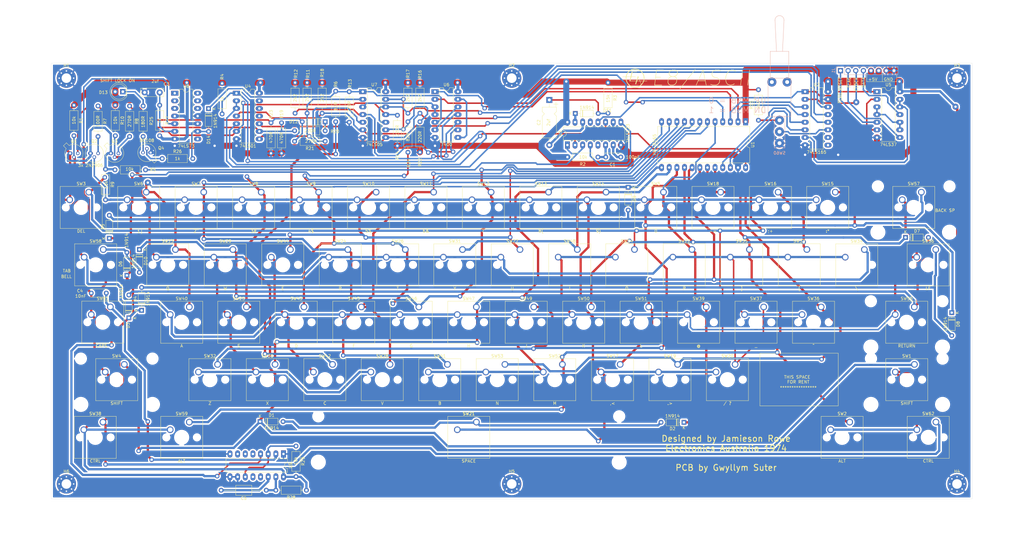
<source format=kicad_pcb>
(kicad_pcb (version 20211014) (generator pcbnew)
  (layers (0 "F.Cu" signal) (31 "B.Cu" signal) (34 "B.Paste" user) (35 "F.Paste" user) (36 "B.SilkS" user "B.Silkscreen") (37 "F.SilkS" user "F.Silkscreen") (38 "B.Mask" user) (39 "F.Mask" user) (44 "Edge.Cuts" user))
  (net 0 "")
  (net 1 "Net-(D1-Pad2)")
  (net 2 "Net-(D1-Pad1)")
  (net 3 "Net-(D3-Pad2)")
  (net 4 "Net-(D3-Pad1)")
  (net 5 "Net-(D4-Pad2)")
  (net 6 "Net-(D5-Pad2)")
  (net 7 "Net-(D10-Pad2)")
  (net 8 "+5V")
  (net 9 "Net-(U1-Pad22)")
  (net 10 "Net-(U1-Pad21)")
  (net 11 "Net-(U1-Pad4)")
  (net 12 "Net-(U1-Pad3)")
  (net 13 "Net-(U1-Pad2)")
  (net 14 "Net-(U2-Pad7)")
  (net 15 "Net-(U2-Pad10)")
  (net 16 "Net-(U2-Pad9)")
  (net 17 "/ROW_C")
  (net 18 "/M")
  (net 19 "/P")
  (net 20 "/ROW_A")
  (net 21 "/A")
  (net 22 "/B")
  (net 23 "/C")
  (net 24 "/D")
  (net 25 "/E")
  (net 26 "/F")
  (net 27 "/G")
  (net 28 "/H")
  (net 29 "/I")
  (net 30 "/J")
  (net 31 "/K")
  (net 32 "/L")
  (net 33 "/N")
  (net 34 "/ROW_B")
  (net 35 "/Q")
  (net 36 "Net-(C2-Pad2)")
  (net 37 "Net-(C2-Pad1)")
  (net 38 "Net-(D11-Pad1)")
  (net 39 "Net-(Q2-Pad3)")
  (net 40 "Net-(Q3-Pad3)")
  (net 41 "Net-(C1-Pad1)")
  (net 42 "Net-(R4-Pad2)")
  (net 43 "GND")
  (net 44 "Net-(C1-Pad2)")
  (net 45 "Net-(U3-Pad13)")
  (net 46 "Net-(U3-Pad5)")
  (net 47 "Net-(U3-Pad4)")
  (net 48 "~{DATA}")
  (net 49 "Net-(U6-Pad3)")
  (net 50 "Net-(D12-Pad2)")
  (net 51 "Net-(D12-Pad1)")
  (net 52 "Net-(R14-Pad1)")
  (net 53 "Net-(R19-Pad1)")
  (net 54 "Net-(R11-Pad2)")
  (net 55 "Net-(R12-Pad2)")
  (net 56 "Net-(R15-Pad1)")
  (net 57 "PC")
  (net 58 "PD")
  (net 59 "PB")
  (net 60 "Net-(R21-Pad1)")
  (net 61 "Net-(R22-Pad1)")
  (net 62 "PA")
  (net 63 "Net-(U4-Pad5)")
  (net 64 "Net-(U6-Pad13)")
  (net 65 "Net-(U6-Pad12)")
  (net 66 "~{CLOCK}")
  (net 67 "Net-(U5-Pad2)")
  (net 68 "~{FLAG_RESET}")
  (net 69 "Net-(U5-Pad10)")
  (net 70 "~{FLAG}")
  (net 71 "SI")
  (net 72 "CAPS_LOCK")
  (net 73 "Net-(C3-Pad1)")
  (net 74 "Net-(D14-Pad2)")
  (net 75 "Net-(D14-Pad1)")
  (net 76 "Net-(Q4-Pad3)")
  (net 77 "Net-(Q4-Pad2)")
  (net 78 "Net-(D13-Pad1)")
  (net 79 "Net-(U8-Pad8)")
  (net 80 "Net-(C5-Pad2)")
  (net 81 "Net-(C5-Pad1)")
  (net 82 "CAPS_LOCK_PULSE")
  (net 83 "~{CLR}")
  (net 84 "Net-(U9-Pad13)")
  (net 85 "Net-(R29-Pad1)")
  (net 86 "Net-(U9-Pad7)")
  (net 87 "Net-(U9-Pad6)")
  (net 88 "Net-(U9-Pad5)")
  (net 89 "Net-(U9-Pad12)")
  (footprint "Diode_THT:D_DO-35_SOD27_P7.62mm_Horizontal" (layer "F.Cu") (at 277.25 149.5 180)
    (fp_text reference "D2")
    (fp_text value "1N914")
  )
  (footprint "Diode_THT:D_DO-35_SOD27_P7.62mm_Horizontal" (layer "F.Cu") (at 92.75 114.75 90)
    (fp_text reference "D3")
    (fp_text value "1N914")
  )
  (footprint "Diode_THT:D_DO-35_SOD27_P7.62mm_Horizontal" (layer "F.Cu") (at 97 112.25 90)
    (fp_text reference "D4")
    (fp_text value "1N914")
  )
  (footprint "Diode_THT:D_DO-35_SOD27_P7.62mm_Horizontal" (layer "F.Cu") (at 86.25 88.25 90)
    (fp_text reference "D5")
    (fp_text value "1N914")
  )
  (footprint "Diode_THT:D_DO-35_SOD27_P7.62mm_Horizontal" (layer "F.Cu") (at 92.1 100.6 90)
    (fp_text reference "D6")
    (fp_text value "1N914")
  )
  (footprint "Diode_THT:D_DO-35_SOD27_P7.62mm_Horizontal" (layer "F.Cu") (at 350.88 88)
    (fp_text reference "D7")
    (fp_text value "1N914")
  )
  (footprint "Diode_THT:D_DO-35_SOD27_P7.62mm_Horizontal" (layer "F.Cu") (at 366.25 113 -90)
    (fp_text reference "D8")
    (fp_text value "1N914")
  )
  (footprint "Diode_THT:D_DO-35_SOD27_P7.62mm_Horizontal" (layer "F.Cu") (at 258.7 71.28 -90)
    (fp_text reference "D9")
    (fp_text value "1N914")
  )
  (footprint "Diode_THT:D_DO-35_SOD27_P7.62mm_Horizontal" (layer "F.Cu") (at 96.25 92 -90)
    (fp_text reference "D10")
    (fp_text value "1N914")
  )
  (footprint "Button_Switch_Keyboard:SW_Cherry_MX_2.25u_PCB" (layer "F.Cu") (at 353.84 130.22)
    (fp_text reference "SW1")
    (fp_text value "SHIFT")
  )
  (footprint "Button_Switch_Keyboard:SW_Cherry_MX_1.50u_PCB" (layer "F.Cu") (at 332.34 149.42)
    (fp_text reference "SW2")
    (fp_text value "ALT")
  )
  (footprint "Button_Switch_Keyboard:SW_Cherry_MX_1.00u_PCB" (layer "F.Cu") (at 270.44 72.92)
    (fp_text reference "SW5")
    (fp_text value "0")
  )
  (footprint "Button_Switch_Keyboard:SW_Cherry_MX_1.00u_PCB" (layer "F.Cu") (at 117.64 72.92)
    (fp_text reference "SW7")
    (fp_text value "2\"")
  )
  (footprint "Button_Switch_Keyboard:SW_Cherry_MX_1.00u_PCB" (layer "F.Cu") (at 136.74 72.92)
    (fp_text reference "SW8")
    (fp_text value "3#")
  )
  (footprint "Button_Switch_Keyboard:SW_Cherry_MX_1.00u_PCB" (layer "F.Cu") (at 174.94 72.92)
    (fp_text reference "SW10")
    (fp_text value "5%")
  )
  (footprint "Button_Switch_Keyboard:SW_Cherry_MX_1.00u_PCB" (layer "F.Cu") (at 194.04 72.92)
    (fp_text reference "SW11")
    (fp_text value "6&")
  )
  (footprint "Button_Switch_Keyboard:SW_Cherry_MX_1.00u_PCB" (layer "F.Cu") (at 213.14 72.92)
    (fp_text reference "SW12")
    (fp_text value "7'")
  )
  (footprint "Button_Switch_Keyboard:SW_Cherry_MX_1.00u_PCB" (layer "F.Cu") (at 232.24 72.92)
    (fp_text reference "SW13")
    (fp_text value "8(")
  )
  (footprint "Button_Switch_Keyboard:SW_Cherry_MX_1.00u_PCB" (layer "F.Cu") (at 327.54 72.92)
    (fp_text reference "SW15")
    (fp_text value ":*")
  )
  (footprint "Button_Switch_Keyboard:SW_Cherry_MX_1.00u_PCB" (layer "F.Cu") (at 322.84 111.12)
    (fp_text reference "SW36")
    (fp_text value "^")
  )
  (footprint "Button_Switch_Keyboard:SW_Cherry_MX_1.50u_PCB" (layer "F.Cu") (at 84.14 149.42)
    (fp_text reference "SW38")
    (fp_text value "CTRL")
  )
  (footprint "Button_Switch_Keyboard:SW_Cherry_MX_1.00u_PCB" (layer "F.Cu") (at 284.64 111.12)
    (fp_text reference "SW39")
    (fp_text value "@")
  )
  (footprint "Button_Switch_Keyboard:SW_Cherry_MX_2.00u_PCB" (layer "F.Cu") (at 356.14 72.92)
    (fp_text reference "SW57")
    (fp_text value "BACK SP")
  )
  (footprint "Package_DIP:DIP-24_W15.24mm_LongPads" (layer "F.Cu") (at 297.75 49.5 -90)
    (fp_text reference "U1")
    (fp_text value "HD-0165")
  )
  (footprint "Button_Switch_Keyboard:SW_Cherry_MX_1.00u_PCB" (layer "F.Cu") (at 294.24 130.22)
    (fp_text reference "SW20")
    (fp_text value "/ ?")
  )
  (footprint "Button_Switch_Keyboard:SW_Cherry_MX_1.00u_PCB" (layer "F.Cu") (at 275.14 130.22)
    (fp_text reference "SW19")
    (fp_text value ".>")
  )
  (footprint "Button_Switch_Keyboard:SW_Cherry_MX_1.00u_PCB" (layer "F.Cu") (at 289.44 72.92)
    (fp_text reference "SW18")
    (fp_text value "-=")
  )
  (footprint "Button_Switch_Keyboard:SW_Cherry_MX_1.00u_PCB" (layer "F.Cu") (at 256.04 130.22)
    (fp_text reference "SW17")
    (fp_text value ",<")
  )
  (footprint "Button_Switch_Keyboard:SW_Cherry_MX_1.00u_PCB" (layer "F.Cu") (at 308.54 72.92)
    (fp_text reference "SW16")
    (fp_text value ";+")
  )
  (footprint "Button_Switch_Keyboard:SW_Cherry_MX_1.00u_PCB" (layer "F.Cu") (at 155.84 72.92)
    (fp_text reference "SW9")
    (fp_text value "4$")
  )
  (footprint "Button_Switch_Keyboard:SW_Cherry_MX_1.00u_PCB" (layer "F.Cu") (at 127.34 92.02)
    (fp_text reference "SW29")
    (fp_text value "W")
  )
  (footprint "Button_Switch_Keyboard:SW_Cherry_MX_1.00u_PCB" (layer "F.Cu") (at 179.54 130.22)
    (fp_text reference "SW28")
    (fp_text value "V")
  )
  (footprint "Button_Switch_Keyboard:SW_Cherry_MX_1.00u_PCB" (layer "F.Cu") (at 222.74 92.02)
    (fp_text reference "SW27")
    (fp_text value "U")
  )
  (footprint "Button_Switch_Keyboard:SW_Cherry_MX_1.00u_PCB" (layer "F.Cu") (at 184.64 92.02)
    (fp_text reference "SW26")
    (fp_text value "T")
  )
  (footprint "Button_Switch_Keyboard:SW_Cherry_MX_1.00u_PCB" (layer "F.Cu") (at 131.84 111.12)
    (fp_text reference "SW25")
    (fp_text value "S")
  )
  (footprint "Button_Switch_Keyboard:SW_Cherry_MX_1.00u_PCB" (layer "F.Cu") (at 165.54 92.02)
    (fp_text reference "SW24")
    (fp_text value "R")
  )
  (footprint "Button_Switch_Keyboard:SW_Cherry_MX_1.00u_PCB" (layer "F.Cu") (at 108.24 92.02)
    (fp_text reference "SW23")
    (fp_text value "Q")
  )
  (footprint "Button_Switch_Keyboard:SW_Cherry_MX_1.00u_PCB" (layer "F.Cu") (at 279.9 92)
    (fp_text reference "SW22")
    (fp_text value "P")
  )
  (footprint "Button_Switch_Keyboard:SW_Cherry_MX_6.25u_PCB" (layer "F.Cu") (at 208.26 149.42)
    (fp_text reference "SW21")
    (fp_text value "SPACE")
  )
  (footprint "Button_Switch_Keyboard:SW_Cherry_MX_1.00u_PCB" (layer "F.Cu") (at 208.24 111.12)
    (fp_text reference "SW47")
    (fp_text value "H")
  )
  (footprint "Button_Switch_Keyboard:SW_Cherry_MX_1.00u_PCB" (layer "F.Cu") (at 189.14 111.12)
    (fp_text reference "SW46")
    (fp_text value "G")
  )
  (footprint "Button_Switch_Keyboard:SW_Cherry_MX_1.00u_PCB" (layer "F.Cu") (at 170.04 111.12)
    (fp_text reference "SW45")
    (fp_text value "F")
  )
  (footprint "Button_Switch_Keyboard:SW_Cherry_MX_1.00u_PCB" (layer "F.Cu") (at 146.44 92.02)
    (fp_text reference "SW44")
    (fp_text value "E")
  )
  (footprint "Button_Switch_Keyboard:SW_Cherry_MX_1.00u_PCB" (layer "F.Cu") (at 150.94 111.12)
    (fp_text reference "SW43")
    (fp_text value "D")
  )
  (footprint "Button_Switch_Keyboard:SW_Cherry_MX_1.00u_PCB" (layer "F.Cu") (at 160.44 130.22)
    (fp_text reference "SW42")
    (fp_text value "C")
  )
  (footprint "Button_Switch_Keyboard:SW_Cherry_MX_1.00u_PCB" (layer "F.Cu") (at 198.64 130.22)
    (fp_text reference "SW41")
    (fp_text value "B")
  )
  (footprint "Button_Switch_Keyboard:SW_Cherry_MX_1.00u_PCB" (layer "F.Cu") (at 112.84 111.12)
    (fp_text reference "SW40")
    (fp_text value "A")
  )
  (footprint "Button_Switch_Keyboard:SW_Cherry_MX_1.00u_PCB" (layer "F.Cu") (at 303.74 111.12)
    (fp_text reference "SW37")
    (fp_text value "_")
  )
  (footprint "Button_Switch_Keyboard:SW_Cherry_MX_1.00u_PCB" (layer "F.Cu") (at 337.2 92.02)
    (fp_text reference "SW34")
    (fp_text value "\\")
  )
  (footprint "Button_Switch_Keyboard:SW_Cherry_MX_1.00u_PCB" (layer "F.Cu") (at 318.1 92)
    (fp_text reference "SW33")
    (fp_text value "[")
  )
  (footprint "Button_Switch_Keyboard:SW_Cherry_MX_1.00u_PCB" (layer "F.Cu") (at 122.24 130.22)
    (fp_text reference "SW32")
    (fp_text value "Z")
  )
  (footprint "Button_Switch_Keyboard:SW_Cherry_MX_1.00u_PCB" (layer "F.Cu") (at 203.64 92.02)
    (fp_text reference "SW31")
    (fp_text value "Y")
  )
  (footprint "Button_Switch_Keyboard:SW_Cherry_MX_1.00u_PCB" (layer "F.Cu") (at 141.34 130.22)
    (fp_text reference "SW30")
    (fp_text value "X")
  )
  (footprint "Button_Switch_Keyboard:SW_Cherry_MX_1.00u_PCB" (layer "F.Cu") (at 98.54 72.92)
    (fp_text reference "SW6")
    (fp_text value "1|")
  )
  (footprint "Button_Switch_Keyboard:SW_Cherry_MX_1.00u_PCB" (layer "F.Cu") (at 260.8 92)
    (fp_text reference "SW54")
    (fp_text value "O")
  )
  (footprint "Button_Switch_Keyboard:SW_Cherry_MX_1.00u_PCB" (layer "F.Cu") (at 217.74 130.22)
    (fp_text reference "SW53")
    (fp_text value "N")
  )
  (footprint "Button_Switch_Keyboard:SW_Cherry_MX_1.00u_PCB" (layer "F.Cu") (at 236.84 130.22)
    (fp_text reference "SW52")
    (fp_text value "M")
  )
  (footprint "Button_Switch_Keyboard:SW_Cherry_MX_1.00u_PCB" (layer "F.Cu") (at 265.54 111.12)
    (fp_text reference "SW51")
    (fp_text value "L")
  )
  (footprint "Button_Switch_Keyboard:SW_Cherry_MX_1.00u_PCB" (layer "F.Cu") (at 246.44 111.12)
    (fp_text reference "SW50")
    (fp_text value "K")
  )
  (footprint "Button_Switch_Keyboard:SW_Cherry_MX_1.00u_PCB" (layer "F.Cu") (at 241.8 92)
    (fp_text reference "SW48")
    (fp_text value "I")
  )
  (footprint "Button_Switch_Keyboard:SW_Cherry_MX_1.00u_PCB" (layer "F.Cu") (at 227.34 111.12)
    (fp_text reference "SW49")
    (fp_text value "J")
  )
  (footprint "Button_Switch_Keyboard:SW_Cherry_MX_2.25u_PCB" (layer "F.Cu") (at 353.8 111.12)
    (fp_text reference "SW55")
    (fp_text value "RETURN")
  )
  (footprint "Button_Switch_Keyboard:SW_Cherry_MX_1.50u_PCB" (layer "F.Cu") (at 84.24 92.02)
    (fp_text reference "SW58")
    (fp_text value "BELL")
  )
  (footprint "Button_Switch_Keyboard:SW_Cherry_MX_1.00u_PCB" (layer "F.Cu") (at 79.44 72.92)
    (fp_text reference "SW3")
    (fp_text value "DEL")
  )
  (footprint "Button_Switch_Keyboard:SW_Cherry_MX_1.50u_PCB" (layer "F.Cu") (at 112.84 149.42)
    (fp_text reference "SW59")
    (fp_text value "ALT")
  )
  (footprint "Button_Switch_Keyboard:SW_Cherry_MX_1.50u_PCB" (layer "F.Cu") (at 360.94 92.02)
    (fp_text reference "SW56")
    (fp_text value "LF")
  )
  (footprint "Button_Switch_Keyboard:SW_Cherry_MX_1.00u_PCB" (layer "F.Cu") (at 251.34 72.92)
    (fp_text reference "SW14")
    (fp_text value "9)")
  )
  (footprint "Button_Switch_Keyboard:SW_Cherry_MX_2.25u_PCB" (layer "F.Cu") (at 91.24 130.22)
    (fp_text reference "SW4")
    (fp_text value "SHIFT")
  )
  (footprint "Button_Switch_Keyboard:SW_Cherry_MX_1.00u_PCB" (layer "F.Cu") (at 299 92)
    (fp_text reference "SW35")
    (fp_text value "]")
  )
  (footprint "Diode_THT:D_DO-35_SOD27_P7.62mm_Horizontal" (layer "F.Cu") (at 136.38 149.25)
    (fp_text reference "D1")
    (fp_text value "1N914")
  )
  (footprint "Package_DIP:DIP-16_W7.62mm_LongPads" (layer "F.Cu") (at 317.5 39.5)
    (fp_text reference "U2")
    (fp_text value "74LS165")
  )
  (footprint "Package_TO_SOT_THT:TO-18-3" (layer "F.Cu") (at 73.23 60)
    (fp_text reference "Q1")
    (fp_text value "BC558" hide)
  )
  (footprint "Capacitor_THT:CP_Axial_L10.0mm_D4.5mm_P15.00mm_Horizontal" (layer "F.Cu") (at 232.5 42.25 -90)
    (fp_text reference "C2")
    (fp_text value "2uf")
  )
  (footprint "Diode_THT:D_DO-35_SOD27_P7.62mm_Horizontal" (layer "F.Cu") (at 241.13 46.75)
    (fp_text reference "D11")
    (fp_text value "1N914")
  )
  (footprint "Package_TO_SOT_THT:TO-18-3" (layer "F.Cu") (at 80 60)
    (fp_text reference "Q2")
    (fp_text value "2N2906")
  )
  (footprint "Package_TO_SOT_THT:TO-18-3" (layer "F.Cu") (at 86.75 60)
    (fp_text reference "Q3")
    (fp_text value "2N2906")
  )
  (footprint "Resistor_THT:R_Axial_DIN0207_L6.3mm_D2.5mm_P10.16mm_Horizontal" (layer "F.Cu") (at 74.5 44 -90)
    (fp_text reference "R1")
    (fp_text value "10k")
  )
  (footprint "Resistor_THT:R_Axial_DIN0207_L6.3mm_D2.5mm_P10.16mm_Horizontal" (layer "F.Cu") (at 248.66 61.25 180)
    (fp_text reference "R2")
    (fp_text value "10k")
  )
  (footprint "Resistor_THT:R_Axial_DIN0207_L6.3mm_D2.5mm_P10.16mm_Horizontal" (layer "F.Cu") (at 123.75 36.75 -90)
    (fp_text reference "R4")
    (fp_text value "1k")
  )
  (footprint "Resistor_THT:R_Axial_DIN0207_L6.3mm_D2.5mm_P10.16mm_Horizontal" (layer "F.Cu") (at 98.3 65.5 180)
    (fp_text reference "R5")
    (fp_text value "10k")
  )
  (footprint "Resistor_THT:R_Axial_DIN0207_L6.3mm_D2.5mm_P10.16mm_Horizontal" (layer "F.Cu") (at 161.5 39.34 -90)
    (fp_text reference "R6")
    (fp_text value "82R")
  )
  (footprint "Resistor_THT:R_Axial_DIN0207_L6.3mm_D2.5mm_P10.16mm_Horizontal" (layer "F.Cu") (at 82.5 44.25 -90)
    (fp_text reference "R7")
    (fp_text value "100R")
  )
  (footprint "Resistor_THT:R_Axial_DIN0207_L6.3mm_D2.5mm_P10.16mm_Horizontal" (layer "F.Cu") (at 93 44.25 -90)
    (fp_text reference "R8")
    (fp_text value "270R")
  )
  (footprint "Resistor_THT:R_Axial_DIN0207_L6.3mm_D2.5mm_P10.16mm_Horizontal" (layer "F.Cu") (at 85 65.3 -90)
    (fp_text reference "R9")
    (fp_text value "10k")
  )
  (footprint "Resistor_THT:R_Axial_DIN0207_L6.3mm_D2.5mm_P10.16mm_Horizontal" (layer "F.Cu") (at 88.25 44 -90)
    (fp_text reference "R10")
    (fp_text value "10k")
  )
  (footprint "Package_DIP:DIP-16_W7.62mm_LongPads" (layer "F.Cu") (at 238.5 57.25 90)
    (fp_text reference "U3")
    (fp_text value "74LS123")
  )
  (footprint "Package_DIP:DIP-14_W7.62mm_LongPads" (layer "F.Cu") (at 128.5 40)
    (fp_text reference "U4")
    (fp_text value "74LS01")
  )
  (footprint "Capacitor_THT:C_Disc_D5.0mm_W2.5mm_P5.00mm" (layer "F.Cu") (at 251.25 61.25)
    (fp_text reference "C1")
    (fp_text value "100pF")
  )
  (footprint "Resistor_THT:R_Axial_DIN0207_L6.3mm_D2.5mm_P10.16mm_Horizontal" (layer "F.Cu") (at 252 36.5 -90)
    (fp_text reference "R3")
    (fp_text value "15k")
  )
  (footprint "EDUC-8:EA_Symbol" (layer "F.Cu") (at 261 35)
    (fp_text reference "REF**" hide)
    (fp_text value "EA_Symbol" hide)
  )
  (footprint "Package_DIP:DIP-14_W7.62mm_LongPads" (layer "F.Cu") (at 194.5 39.5)
    (fp_text reference "U6")
    (fp_text value "7400")
  )
  (footprint "Diode_THT:D_DO-35_SOD27_P7.62mm_Horizontal" (layer "F.Cu") (at 158 49.5 180)
    (fp_text reference "D12")
    (fp_text value "1N914")
  )
  (footprint "Resistor_THT:R_Axial_DIN0207_L6.3mm_D2.5mm_P10.16mm_Horizontal" (layer "F.Cu") (at 152 36.5 -90)
    (fp_text reference "R11")
    (fp_text value "2k2")
  )
  (footprint "Resistor_THT:R_Axial_DIN0207_L6.3mm_D2.5mm_P10.16mm_Horizontal" (layer "F.Cu") (at 148 36.5 -90)
    (fp_text reference "R12")
    (fp_text value "2k2")
  )
  (footprint "Resistor_THT:R_Axial_DIN0207_L6.3mm_D2.5mm_P10.16mm_Horizontal" (layer "F.Cu") (at 166 39.5 -90)
    (fp_text reference "R13")
    (fp_text value "220R")
  )
  (footprint "Resistor_THT:R_Axial_DIN0207_L6.3mm_D2.5mm_P10.16mm_Horizontal" (layer "F.Cu") (at 182 47.34 -90)
    (fp_text reference "R14")
    (fp_text value "220R")
  )
  (footprint "Resistor_THT:R_Axial_DIN0207_L6.3mm_D2.5mm_P10.16mm_Horizontal" (layer "F.Cu") (at 302 49 90)
    (fp_text reference "R15")
    (fp_text value "2k2")
  )
  (footprint "Resistor_THT:R_Axial_DIN0207_L6.3mm_D2.5mm_P10.16mm_Horizontal" (layer "F.Cu") (at 189.5 36.5 -90)
    (fp_text reference "R16")
    (fp_text value "2k2")
  )
  (footprint "Resistor_THT:R_Axial_DIN0207_L6.3mm_D2.5mm_P10.16mm_Horizontal" (layer "F.Cu") (at 185.5 36.5 -90)
    (fp_text reference "R17")
    (fp_text value "2k2")
  )
  (footprint "Resistor_THT:R_Axial_DIN0207_L6.3mm_D2.5mm_P10.16mm_Horizontal" (layer "F.Cu") (at 157 36.5 -90)
    (fp_text reference "R18")
    (fp_text value "2k2")
  )
  (footprint "Resistor_THT:R_Axial_DIN0207_L6.3mm_D2.5mm_P10.16mm_Horizontal" (layer "F.Cu") (at 143.5 49.84 -90)
    (fp_text reference "R19")
    (fp_text value "470R")
  )
  (footprint "Resistor_THT:R_Axial_DIN0207_L6.3mm_D2.5mm_P10.16mm_Horizontal" (layer "F.Cu") (at 147.84 52.5)
    (fp_text reference "R20")
    (fp_text value "220R")
  )
  (footprint "Resistor_THT:R_Axial_DIN0207_L6.3mm_D2.5mm_P10.16mm_Horizontal" (layer "F.Cu") (at 158 56 180)
    (fp_text reference "R21")
    (fp_text value "270R")
  )
  (footprint "Resistor_THT:R_Axial_DIN0207_L6.3mm_D2.5mm_P10.16mm_Horizontal" (layer "F.Cu") (at 189.5 49.5 -90)
    (fp_text reference "R22")
    (fp_text value "220R")
  )
  (footprint "Resistor_THT:R_Axial_DIN0207_L6.3mm_D2.5mm_P10.16mm_Horizontal" (layer "F.Cu") (at 140 49.84 -90)
    (fp_text reference "R23")
    (fp_text value "470R")
  )
  (footprint "Resistor_THT:R_Axial_DIN0207_L6.3mm_D2.5mm_P10.16mm_Horizontal" (layer "F.Cu") (at 185.5 49.5 -90)
    (fp_text reference "R24")
    (fp_text value "82R")
  )
  (footprint "Package_DIP:DIP-14_W7.62mm_LongPads" (layer "F.Cu") (at 170.5 39.5)
    (fp_text reference "U7")
    (fp_text value "74LS05")
  )
  (footprint "MountingHole:MountingHole_3.2mm_M3_Pad_Via" (layer "F.Cu") (at 72 35)
    (fp_text reference "H1")
    (fp_text value "MountingHole_Pad")
  )
  (footprint "MountingHole:MountingHole_3.2mm_M3_Pad_Via" (layer "F.Cu") (at 220 35)
    (fp_text reference "H2")
    (fp_text value "MountingHole_Pad")
  )
  (footprint "MountingHole:MountingHole_3.2mm_M3_Pad_Via" (layer "F.Cu") (at 368 35)
    (fp_text reference "H3")
    (fp_text value "MountingHole_Pad")
  )
  (footprint "MountingHole:MountingHole_3.2mm_M3_Pad_Via" (layer "F.Cu") (at 368 170)
    (fp_text reference "H4")
    (fp_text value "MountingHole_Pad")
  )
  (footprint "MountingHole:MountingHole_3.2mm_M3_Pad_Via" (layer "F.Cu") (at 220 170)
    (fp_text reference "H5")
    (fp_text value "MountingHole_Pad")
  )
  (footprint "MountingHole:MountingHole_3.2mm_M3_Pad_Via" (layer "F.Cu") (at 72 170)
    (fp_text reference "H6")
    (fp_text value "MountingHole_Pad")
  )
  (footprint "Package_DIP:DIP-14_W7.62mm_LongPads" (layer "F.Cu") (at 341.38 39.5)
    (fp_text reference "U5")
    (fp_text value "74LS37")
  )
  (footprint "Button_Switch_Keyboard:SW_Cherry_MX_1.75u_PCB" (layer "F.Cu") (at 86.6 111.1)
    (fp_text reference "SW61")
    (fp_text value "CAPS ")
  )
  (footprint "Capacitor_THT:C_Axial_L5.1mm_D3.1mm_P15.00mm_Horizontal" (layer "F.Cu") (at 138.43 172.085 180)
    (fp_text reference "C5")
    (fp_text value "100nF")
  )
  (footprint "Resistor_THT:R_Axial_DIN0207_L6.3mm_D2.5mm_P10.16mm_Horizontal" (layer "F.Cu") (at 151.765 172.085 180)
    (fp_text reference "R28")
    (fp_text value "220R")
  )
  (footprint "Package_DIP:DIP-16_W7.62mm_LongPads" (layer "F.Cu") (at 144.145 160.02 -90)
    (fp_text reference "U9")
    (fp_text value "74LS123")
  )
  (footprint "Button_Switch_Keyboard:SW_Cherry_MX_1.50u_PCB" (layer "F.Cu") (at 361 149.4)
    (fp_text reference "SW62")
    (fp_text value "CTRL")
  )
  (footprint "Capacitor_THT:C_Disc_D7.5mm_W2.5mm_P5.00mm" (layer "F.Cu") (at 103 39.75 180)
    (fp_text reference "C3")
    (fp_text value "2uf")
  )
  (footprint "Capacitor_THT:C_Disc_D5.0mm_W2.5mm_P5.00mm" (layer "F.Cu") (at 80.25 106.5)
    (fp_text reference "C4")
    (fp_text value "10nF")
  )
  (footprint "Diode_THT:D_DO-35_SOD27_P7.62mm_Horizontal" (layer "F.Cu") (at 119.25 45.13 -90)
    (fp_text reference "D14")
    (fp_text value "1N914")
  )
  (footprint "Package_TO_SOT_THT:TO-18-3" (layer "F.Cu") (at 100 59.75 180)
    (fp_text reference "Q4")
    (fp_text value "BC108")
  )
  (footprint "Resistor_THT:R_Axial_DIN0207_L6.3mm_D2.5mm_P10.16mm_Horizontal" (layer "F.Cu") (at 97.5 44.25 -90)
    (fp_text reference "R25")
    (fp_text value "180R")
  )
  (footprint "Resistor_THT:R_Axial_DIN0207_L6.3mm_D2.5mm_P10.16mm_Horizontal" (layer "F.Cu") (at 103.84 61.75)
    (fp_text reference "R26")
    (fp_text value "1k")
  )
  (footprint "Resistor_THT:R_Axial_DIN0207_L6.3mm_D2.5mm_P10.16mm_Horizontal" (layer "F.Cu") (at 103 54.16 90)
    (fp_text reference "R27")
    (fp_text value "1k")
  )
  (footprint "Package_DIP:DIP-14_W7.62mm_LongPads" (layer "F.Cu") (at 108 40)
    (fp_text reference "U8")
    (fp_text value "74LS73")
  )
  (footprint "LED_THT:LED_D5.0mm" (layer "F.Cu") (at 90.75 39.5 180)
    (fp_text reference "D13")
    (fp_text value "LED")
  )
  (footprint "Resistor_THT:R_Axial_DIN0207_L6.3mm_D2.5mm_P10.16mm_Horizontal" (layer "F.Cu") (at 148.3 157.4 -90)
    (fp_text reference "R29")
    (fp_text value "10k")
  )
  (footprint "Connector_PinHeader_2.54mm:PinHeader_1x08_P2.54mm_Vertical" (layer "B.Cu") (at 329.26 32.5 -90)
    (fp_text reference "J1")
    (fp_text value "Conn_01x08_Male")
  )
  (footprint "Altronics:S1320_SPDP_Toggle_switch_PCB_right_angle" (layer "B.Cu") (at 309 49 180)
    (fp_text reference "SW60")
    (fp_text value "SW_SPDT")
  )
  (gr_line (start 302.5 126.5) (end 303 126.5) (layer "F.SilkS") (width 0.12))
  (gr_line (start 348 36.2) (end 348 33.8) (layer "F.SilkS") (width 0.12))
  (gr_line (start 338 36.2) (end 348 36.2) (layer "F.SilkS") (width 0.12))
  (gr_line (start 338 33.6) (end 338 36.2) (layer "F.SilkS") (width 0.12))
  (gr_line (start 328.5 144) (end 303.25 144) (layer "F.SilkS") (width 0.12))
  (gr_line (start 303.25 144) (end 302.5 144) (layer "F.SilkS") (width 0.12))
  (gr_line (start 302.5 144) (end 302.5 126.5) (layer "F.SilkS") (width 0.12))
  (gr_line (start 303 126.5) (end 328.5 126.5) (layer "F.SilkS") (width 0.12))
  (gr_line (start 343.2 33.2) (end 343.2 36.2) (layer "F.SilkS") (width 0.12))
  (gr_line (start 328.5 126.5) (end 328.5 144) (layer "F.SilkS") (width 0.12))
  (gr_line (start 373 175) (end 364 175) (layer "Edge.Cuts") (width 0.05))
  (gr_line (start 373 30) (end 373 175) (layer "Edge.Cuts") (width 0.05))
  (gr_line (start 67 175) (end 364 175) (layer "Edge.Cuts") (width 0.05))
  (gr_line (start 67 175) (end 67 30) (layer "Edge.Cuts") (width 0.05))
  (gr_line (start 364 30) (end 67 30) (layer "Edge.Cuts") (width 0.05))
  (gr_line (start 364 30) (end 373 30) (layer "Edge.Cuts") (width 0.05))
  (gr_text "UP MSB = 0\n DN MSB = 1 " (at 295 44) (layer "B.SilkS") (effects (font (size 2 2)) (justify mirror)))
  (gr_text "+5V" (at 340 35.4) (layer "F.SilkS") (effects (font (size 1 1))))
  (gr_text "~{FLAG}" (at 332.2 36.4 90) (layer "F.SilkS") (effects (font (size 1 1))))
  (gr_text "TAB\n" (at 72.1 99.1) (layer "F.SilkS") (effects (font (size 1 1))))
  (gr_text "THIS SPACE \nFOR RENT" (at 315.25 135.25) (layer "F.SilkS") (effects (font (size 1 1))))
  (gr_text "~{FLAG_RESET}" (at 329.25 39 90) (layer "F.SilkS") (effects (font (size 1 1))))
  (gr_text "SHIFT LOCK ON" (at 89 35.8) (layer "F.SilkS") (effects (font (size 1 1))))
  (gr_text "****************" (at 315.25 138) (layer "F.SilkS") (effects (font (size 1 1))))
  (gr_text "~{DATA}" (at 337 36.4 90) (layer "F.SilkS") (effects (font (size 1 1))))
  (gr_text "3x" (at 76.75 64) (layer "F.SilkS") (effects (font (size 1 1))))
  (gr_text "~{CLOCK}" (at 334.6 37 90) (layer "F.SilkS") (effects (font (size 1 1))))
  (gr_text "E8/ASCII" (at 283 35) (layer "F.SilkS") (effects (font (size 5 5) (thickness 0.15) italic)))
  (gr_text "GND" (at 345.2 35.4) (layer "F.SilkS") (effects (font (size 1 1))))
  (gr_text "Designed by Jamieson Rowe\nElectronics Australia 1974\n\nPCB by Gwyllym Suter" (at 291.25 159.75) (layer "F.SilkS") (effects (font (size 2 2) (thickness 0.3))))
  (segment (start 144 149.25) (end 147.25 149.25) (width 0.75) (layer "B.Cu") (net 1))
  (segment (start 149.25 151.25) (end 194.5 151.25) (width 0.75) (layer "B.Cu") (net 1))
  (segment (start 208.26 149.42) (end 208.079999 149.600001) (width 0.75) (layer "B.Cu") (net 1))
  (segment (start 268.830001 150.299999) (end 269.63 149.5) (width 0.75) (layer "B.Cu") (net 1))
  (segment (start 208.26 149.42) (end 209.359999 150.519999) (width 0.75) (layer "B.Cu") (net 1))
  (segment (start 147.25 149.25) (end 149.25 151.25) (width 0.75) (layer "B.Cu") (net 1))
  (segment (start 194.5 151.25) (end 196.149999 149.600001) (width 0.75) (layer "B.Cu") (net 1))
  (segment (start 268.610001 150.519999) (end 268.830001 150.299999) (width 0.75) (layer "B.Cu") (net 1))
  (segment (start 209.359999 150.519999) (end 268.610001 150.519999) (width 0.75) (layer "B.Cu") (net 1))
  (segment (start 208.079999 149.600001) (end 196.149999 149.600001) (width 0.75) (layer "B.Cu") (net 1))
  (segment (start 140 104.6) (end 139.664999 104.935001) (width 0.75) (layer "F.Cu") (net 2))
  (segment (start 141.375001 143.624999) (end 136.38 148.62) (width 0.75) (layer "F.Cu") (net 2))
  (segment (start 136.2 100.8) (end 140 104.6) (width 0.75) (layer "F.Cu") (net 2))
  (segment (start 146.794999 79.605001) (end 136.2 90.2) (width 0.75) (layer "F.Cu") (net 2))
  (segment (start 136.38 148.62) (end 136.38 149.25) (width 0.75) (layer "F.Cu") (net 2))
  (segment (start 150.75 60.25) (end 146.794999 64.205001) (width 0.75) (layer "F.Cu") (net 2))
  (segment (start 146.794999 64.205001) (end 146.794999 79.605001) (width 0.75) (layer "F.Cu") (net 2))
  (segment (start 96 134.98) (end 91.24 130.22) (width 0.75) (layer "F.Cu") (net 2))
  (segment (start 141.375001 133.375001) (end 141.375001 143.624999) (width 0.75) (layer "F.Cu") (net 2))
  (segment (start 139 131) (end 141.375001 133.375001) (width 0.75) (layer "F.Cu") (net 2))
  (segment (start 161.5 60.25) (end 150.75 60.25) (width 0.75) (layer "F.Cu") (net 2))
  (segment (start 96 159) (end 96 134.98) (width 0.75) (layer "F.Cu") (net 2))
  (segment (start 139.664999 104.935001) (end 139.664999 127.535001) (width 0.75) (layer "F.Cu") (net 2))
  (segment (start 139 128.2) (end 139 131) (width 0.75) (layer "F.Cu") (net 2))
  (segment (start 139.664999 127.535001) (end 139 128.2) (width 0.75) (layer "F.Cu") (net 2))
  (segment (start 136.2 90.2) (end 136.2 100.8) (width 0.75) (layer "F.Cu") (net 2))
  (via (at 96 159) (size 1.5) (drill 0.8) (layers "F.Cu" "B.Cu") (net 2))
  (via (at 161.5 60.25) (size 1.5) (drill 0.8) (layers "F.Cu" "B.Cu") (net 2))
  (segment (start 334.099999 130.400001) (end 353.659999 130.400001) (width 0.75) (layer "B.Cu") (net 2))
  (segment (start 194.31 153.035) (end 198.755 157.48) (width 0.75) (layer "B.Cu") (net 2))
  (segment (start 97 158) (end 127.63 158) (width 0.75) (layer "B.Cu") (net 2))
  (segment (start 307.02 157.48) (end 334.099999 130.400001) (width 0.75) (layer "B.Cu") (net 2))
  (segment (start 161.5 49.5) (end 161.5 60.25) (width 0.5) (layer "B.Cu") (net 2))
  (segment (start 127.63 158) (end 136.38 149.25) (width 0.75) (layer "B.Cu") (net 2))
  (segment (start 353.659999 130.400001) (end 353.84 130.22) (width 0.75) (layer "B.Cu") (net 2))
  (segment (start 96 159) (end 97 158) (width 0.75) (layer "B.Cu") (net 2))
  (segment (start 140.165 153.035) (end 194.31 153.035) (width 0.75) (layer "B.Cu") (net 2))
  (segment (start 136.38 149.25) (end 140.165 153.035) (width 0.75) (layer "B.Cu") (net 2))
  (segment (start 198.755 157.48) (end 307.02 157.48) (width 0.75) (layer "B.Cu") (net 2))
  (segment (start 353.8 111.12) (end 354.899999 110.020001) (width 0.75) (layer "F.Cu") (net 3))
  (segment (start 358.5 93.129002) (end 358.5 88) (width 0.75) (layer "F.Cu") (net 3))
  (segment (start 354.899999 96.729003) (end 358.5 93.129002) (width 0.75) (layer "F.Cu") (net 3))
  (segment (start 354.899999 110.020001) (end 354.899999 96.729003) (width 0.75) (layer "F.Cu") (net 3))
  (segment (start 92.75 107.13) (end 93.874999 106.005001) (width 0.75) (layer "B.Cu") (net 3))
  (segment (start 353.8 109.05) (end 353.8 111.12) (width 0.75) (layer "B.Cu") (net 3))
  (segment (start 350.755001 106.005001) (end 353.8 109.05) (width 0.75) (layer "B.Cu") (net 3))
  (segment (start 93.874999 106.005001) (end 350.755001 106.005001) (width 0.75) (layer "B.Cu") (net 3))
  (segment (start 91.275001 134.063999) (end 91.275001 136.536001) (width 0.75) (layer "F.Cu") (net 4))
  (segment (start 93.475001 89.975001) (end 93.475001 90.475001) (width 0.75) (layer "F.Cu") (net 4))
  (segment (start 94.125001 113.374999) (end 92.75 114.75) (width 0.75) (layer "F.Cu") (net 4))
  (segment (start 93.875 76.313998) (end 93.424999 76.763999) (width 0.75) (layer "F.Cu") (net 4))
  (segment (start 85 163.5) (end 85 150.28) (width 0.75) (layer "F.Cu") (net 4))
  (segment (start 93.475001 90.475001) (end 93.475001 99.224999) (width 0.75) (layer "F.Cu") (net 4))
  (segment (start 89.564999 132.353997) (end 91.275001 134.063999) (width 0.75) (layer "F.Cu") (net 4))
  (segment (start 185.5 59.66) (end 185.5 66.75) (width 0.5) (layer "F.Cu") (net 4))
  (segment (start 93.424999 90.424999) (end 93.475001 90.475001) (width 0.75) (layer "F.Cu") (net 4))
  (segment (start 91.75 88.25) (end 93.475001 89.975001) (width 0.75) (layer "F.Cu") (net 4))
  (segment (start 93.875 67.125) (end 93.875 76.313998) (width 0.75) (layer "F.Cu") (net 4))
  (segment (start 184.75 67.5) (end 184.25 67.5) (width 0.5) (layer "F.Cu") (net 4))
  (segment (start 93.475001 99.224999) (end 92.1 100.6) (width 0.75) (layer "F.Cu") (net 4))
  (segment (start 90.289989 143.270011) (end 84.14 149.42) (width 0.75) (layer "F.Cu") (net 4))
  (segment (start 92.75 114.75) (end 89.564999 117.935001) (width 0.75) (layer "F.Cu") (net 4))
  (segment (start 185.5 66.75) (end 184.75 67.5) (width 0.5) (layer "F.Cu") (net 4))
  (segment (start 93.424999 76.763999) (end 93.424999 90.424999) (width 0.75) (layer "F.Cu") (net 4))
  (segment (start 92.1 100.6) (end 92.1 101.6) (width 0.75) (layer "F.Cu") (net 4))
  (segment (start 90.289989 137.521013) (end 90.289989 143.270011) (width 0.75) (layer "F.Cu") (net 4))
  (segment (start 94.125001 103.625001) (end 94.125001 113.374999) (width 0.75) (layer "F.Cu") (net 4))
  (segment (start 92.1 101.6) (end 94.125001 103.625001) (width 0.75) (layer "F.Cu") (net 4))
  (segment (start 85 150.28) (end 84.14 149.42) (width 0.75) (layer "F.Cu") (net 4))
  (segment (start 86.25 88.25) (end 91.75 88.25) (width 0.75) (layer "F.Cu") (net 4))
  (segment (start 89.564999 117.935001) (end 89.564999 132.353997) (width 0.75) (layer "F.Cu") (net 4))
  (segment (start 91.275001 136.536001) (end 90.289989 137.521013) (width 0.75) (layer "F.Cu") (net 4))
  (via (at 184.25 67.5) (size 1.5) (drill 0.8) (layers "F.Cu" "B.Cu") (net 4))
  (via (at 93.875 67.125) (size 1.5) (drill 0.8) (layers "F.Cu" "B.Cu") (net 4))
  (via (at 85 163.5) (size 1.5) (drill 0.8) (layers "F.Cu" "B.Cu") (net 4))
  (segment (start 153.035 158.115) (end 193.04 158.115) (width 0.75) (layer "B.Cu") (net 4))
  (segment (start 362.099999 158.900001) (end 362.099999 150.499999) (width 0.75) (layer "B.Cu") (net 4))
  (segment (start 147.65 163.5) (end 153.035 158.115) (width 0.75) (layer "B.Cu") (net 4))
  (segment (start 85 163.5) (end 147.65 163.5) (width 0.75) (layer "B.Cu") (net 4))
  (segment (start 97 112.25) (end 95.25 112.25) (width 0.75) (layer "B.Cu") (net 4))
  (segment (start 95.25 112.25) (end 92.75 114.75) (width 0.75) (layer "B.Cu") (net 4))
  (segment (start 105.125 67.125) (end 106 66.25) (width 0.5) (layer "B.Cu") (net 4))
  (segment (start 153 67.5) (end 184.25 67.5) (width 0.5) (layer "B.Cu") (net 4))
  (segment (start 194.945 160.02) (end 360.98 160.02) (width 0.75) (layer "B.Cu") (net 4))
  (segment (start 106 66.25) (end 151.75 66.25) (width 0.5) (layer "B.Cu") (net 4))
  (segment (start 362.099999 150.499999) (end 361 149.4) (width 0.75) (layer "B.Cu") (net 4))
  (segment (start 93.875 67.125) (end 105.125 67.125) (width 0.5) (layer "B.Cu") (net 4))
  (segment (start 193.04 158.115) (end 194.945 160.02) (width 0.75) (layer "B.Cu") (net 4))
  (segment (start 360.98 160.02) (end 362.099999 158.900001) (width 0.75) (layer "B.Cu") (net 4))
  (segment (start 151.75 66.25) (end 153 67.5) (width 0.5) (layer "B.Cu") (net 4))
  (segment (start 360.63 115) (end 360.63 104.63) (width 0.75) (layer "B.Cu") (net 5))
  (segment (start 97 104.63) (end 346.13 104.63) (width 0.75) (layer "B.Cu") (net 5))
  (segment (start 360.975001 100.524999) (end 360.975001 92.055001) (width 0.75) (layer "B.Cu") (net 5))
  (segment (start 360.975001 92.055001) (end 360.94 92.02) (width 0.75) (layer "B.Cu") (net 5))
  (segment (start 360.63 104.63) (end 360.63 100.87) (width 0.75) (layer "B.Cu") (net 5))
  (segment (start 353.88 104.63) (end 354.38 104.63) (width 0.75) (layer "B.Cu") (net 5))
  (segment (start 353.88 104.63) (end 360.63 104.63) (width 0.75) (layer "B.Cu") (net 5))
  (segment (start 366.25 120.62) (end 360.63 115) (width 0.75) (layer "B.Cu") (net 5))
  (segment (start 360.63 100.87) (end 360.975001 100.524999) (width 0.75) (layer "B.Cu") (net 5))
  (segment (start 346.13 104.63) (end 353.88 104.63) (width 0.75) (layer "B.Cu") (net 5))
  (segment (start 87.598147 81.978147) (end 87.978147 81.978147) (width 0.75) (layer "B.Cu") (net 6))
  (segment (start 354.12 81.88) (end 348.38 81.88) (width 0.75) (layer "B.Cu") (net 6))
  (segment (start 356.5 79.5) (end 354.12 81.88) (width 0.75) (layer "B.Cu") (net 6))
  (segment (start 356.14 72.92) (end 356.14 76.14) (width 0.75) (layer "B.Cu") (net 6))
  (segment (start 256.5 81.75) (end 256.37 81.88) (width 0.75) (layer "B.Cu") (net 6))
  (segment (start 258.7 79) (end 258.7 81.88) (width 0.75) (layer "B.Cu") (net 6))
  (segment (start 256.37 81.88) (end 348.38 81.88) (width 0.75) (layer "B.Cu") (net 6))
  (segment (start 87.978147 81.978147) (end 256.37 81.88) (width 0.75) (layer "B.Cu") (net 6))
  (segment (start 86.25 80.63) (end 87.598147 81.978147) (width 0.75) (layer "B.Cu") (net 6))
  (segment (start 356.14 76.14) (end 356.5 76.5) (width 0.75) (layer "B.Cu") (net 6))
  (segment (start 356.5 76.5) (end 356.5 79.5) (width 0.75) (layer "B.Cu") (net 6))
  (segment (start 84.24 92.02) (end 91.14 92.02) (width 0.75) (layer "B.Cu") (net 7))
  (segment (start 92.1 92.98) (end 92.1 94.35) (width 0.75) (layer "B.Cu") (net 7))
  (segment (start 91.14 92.02) (end 92.1 92.98) (width 0.75) (layer "B.Cu") (net 7))
  (segment (start 92.1 94.35) (end 96.25 98.5) (width 0.75) (layer "B.Cu") (net 7))
  (segment (start 96.25 98.5) (end 96.25 99.62) (width 0.75) (layer "B.Cu") (net 7))
  (segment (start 238.13 36.12) (end 230.38 36.12) (width 2) (layer "F.Cu") (net 8))
  (segment (start 71.25 58.02) (end 73.23 60) (width 0.75) (layer "F.Cu") (net 8))
  (segment (start 339.12 36.12) (end 325.12 36.12) (width 2.5) (layer "F.Cu") (net 8))
  (segment (start 69 95.25) (end 74.5 100.75) (width 0.75) (layer "F.Cu") (net 8))
  (segment (start 297.75 49.5) (end 297.75 37.75) (width 2) (layer "F.Cu") (net 8))
  (segment (start 82 36.5) (end 74.5 44) (width 2) (layer "F.Cu") (net 8))
  (segment (start 252 36.5) (end 251.62 36.12) (width 2) (layer "F.Cu") (net 8))
  (segment (start 209 36.5) (end 202 36.5) (width 2) (layer "F.Cu") (net 8))
  (segment (start 88.25 36.5) (end 82 36.5) (width 2) (layer "F.Cu") (net 8))
  (segment (start 368.075001 130.424999) (end 368.075001 45.075001) (width 0.75) (layer "F.Cu") (net 8))
  (segment (start 88.25 36.5) (end 88.25 39.46) (width 2) (layer "F.Cu") (net 8))
  (segment (start 148 36.5) (end 136.5 36.5) (width 2) (layer "F.Cu") (net 8))
  (segment (start 73.23 75.32) (end 73.09 75.46) (width 0.75) (layer "F.Cu") (net 8))
  (segment (start 365.775001 132.724999) (end 367.5 131) (width 0.75) (layer "F.Cu") (net 8))
  (segment (start 84.89 132.76) (end 85.989999 133.859999) (width 0.75) (layer "F.Cu") (net 8))
  (segment (start 297.75 32.25) (end 298 32) (width 2) (layer "F.Cu") (net 8))
  (segment (start 368.075001 45.075001) (end 367.5 44.5) (width 0.75) (layer "F.Cu") (net 8))
  (segment (start 80.25 113.64) (end 80.25 106.5) (width 0.75) (layer "F.Cu") (net 8))
  (segment (start 69.54 75.46) (end 69 76) (width 0.75) (layer "F.Cu") (net 8))
  (segment (start 347.525001 132.724999) (end 365.775001 132.724999) (width 0.75) (layer "F.Cu") (net 8))
  (segment (start 321 32) (end 298 32) (width 2) (layer "F.Cu") (net 8))
  (segment (start 354.65 151.94) (end 354.65 146.15) (width 0.75) (layer "F.Cu") (net 8))
  (segment (start 341.88 36.12) (end 339.12 36.12) (width 2.5) (layer "F.Cu") (net 8))
  (segment (start 341.96 36.04) (end 341.88 36.12) (width 2) (layer "F.Cu") (net 8))
  (segment (start 297.75 37.75) (end 297.75 35.25) (width 2) (layer "F.Cu") (net 8))
  (segment (start 136.5 36.5) (end 112 36.5) (width 2) (layer "F.Cu") (net 8))
  (segment (start 88.25 39.46) (end 88.21 39.5) (width 2) (layer "F.Cu") (net 8))
  (segment (start 298.84 38.84) (end 297.75 37.75) (width 0.5) (layer "F.Cu") (net 8))
  (segment (start 202 36.5) (end 178 36.5) (width 2) (layer "F.Cu") (net 8))
  (segment (start 348.88 36.12) (end 341.88 36.12) (width 2.5) (layer "F.Cu") (net 8))
  (segment (start 325.12 36.12) (end 321 32) (width 2) (layer "F.Cu") (net 8))
  (segment (start 81.349999 129.219999) (end 84.89 132.76) (width 0.75) (layer "F.Cu") (net 8))
  (segment (start 73.23 60) (end 73.23 75.32) (width 0.75) (layer "F.Cu") (net 8))
  (segment (start 85.989999 143.760001) (end 77.79 151.96) (width 0.75) (layer "F.Cu") (net 8))
  (segment (start 367.5 131) (end 368.075001 130.424999) (width 0.75) (layer "F.Cu") (net 8))
  (segment (start 213 40.5) (end 209 36.5) (width 2) (layer "F.Cu") (net 8))
  (segment (start 302 38.84) (end 298.84 38.84) (width 0.5) (layer "F.Cu") (net 8))
  (segment (start 339.42 32.5) (end 339.42 35.82) (width 2) (layer "F.Cu") (net 8))
  (segment (start 354.65 146.15) (end 348.589999 140.089999) (width 0.75) (layer "F.Cu") (net 8))
  (segment (start 251.62 36.12) (end 238.13 36.12) (width 2) (layer "F.Cu") (net 8))
  (segment (start 348.589999 140.089999) (end 348.589999 133.859999) (width 0.75) (layer "F.Cu") (net 8))
  (segment (start 226 40.5) (end 213 40.5) (width 2) (layer "F.Cu") (net 8))
  (segment (start 73.09 75.46) (end 69.54 75.46) (width 0.75) (layer "F.Cu") (net 8))
  (segment (start 71.25 47.25) (end 71.25 58.02) (width 0.75) (layer "F.Cu") (net 8))
  (segment (start 296.5 36.5) (end 297.75 35.25) (width 2) (layer "F.Cu") (net 8))
  (segment (start 81.349999 114.739999) (end 81.349999 129.219999) (width 0.75) (layer "F.Cu") (net 8))
  (segment (start 80.25 113.64) (end 81.349999 114.739999) (width 0.75) (layer "F.Cu") (net 8))
  (segment (start 230.38 36.12) (end 226 40.5) (width 2) (layer "F.Cu") (net 8))
  (segment (start 297.75 35.25) (end 297.75 32.25) (width 2) (layer "F.Cu") (net 8))
  (segment (start 88.25 39.54) (end 88.21 39.5) (width 2) (layer "F.Cu") (net 8))
  (segment (start 80.25 106.5) (end 74.5 100.75) (width 0.75) (layer "F.Cu") (net 8))
  (segment (start 341.96 32.5) (end 341.96 36.04) (width 2) (layer "F.Cu") (net 8))
  (segment (start 88.25 44) (end 88.25 39.54) (width 2) (layer "F.Cu") (net 8))
  (segment (start 252 36.5) (end 296.5 36.5) (width 2) (layer "F.Cu") (net 8))
  (segment (start 339.42 35.82) (end 339.12 36.12) (width 2) (layer "F.Cu") (net 8))
  (segment (start 348.589999 133.859999) (end 347.49 132.76) (width 0.75) (layer "F.Cu") (net 8))
  (segment (start 74.5 44) (end 71.25 47.25) (width 0.75) (layer "F.Cu") (net 8))
  (segment (start 178 36.5) (end 148 36.5) (width 2) (layer "F.Cu") (net 8))
  (segment (start 85.989999 133.859999) (end 85.989999 143.760001) (width 0.75) (layer "F.Cu") (net 8))
  (segment (start 69 76) (end 69 95.25) (width 0.75) (layer "F.Cu") (net 8))
  (segment (start 347.49 132.76) (end 347.525001 132.724999) (width 0.75) (layer "F.Cu") (net 8))
  (segment (start 112 36.5) (end 88.25 36.5) (width 2) (layer "F.Cu") (net 8))
  (via (at 136.5 36.5) (size 1.5) (drill 0.8) (layers "F.Cu" "B.Cu") (net 8))
  (via (at 178 36.5) (size 1.5) (drill 0.8) (layers "F.Cu" "B.Cu") (net 8))
  (via (at 112 36.5) (size 1.5) (drill 0.8) (layers "F.Cu" "B.Cu") (net 8))
  (via (at 367.5 44.5) (size 2) (drill 0.8) (layers "F.Cu" "B.Cu") (net 8))
  (via (at 348.88 36.12) (size 2) (drill 0.8) (layers "F.Cu" "B.Cu") (net 8))
  (via (at 202 36.5) (size 1.5) (drill 0.8) (layers "F.Cu" "B.Cu") (net 8))
  (via (at 325.12 36.12) (size 2) (drill 0.8) (layers "F.Cu" "B.Cu") (net 8))
  (via (at 238.13 36.12) (size 1.5) (drill 0.8) (layers "F.Cu" "B.Cu") (net 8))
  (segment (start 151.765 169.545) (end 151.765 172.085) (width 0.75) (layer "B.Cu") (net 8))
  (segment (start 112.16 54.34) (end 112.16 50.5) (width 1) (layer "B.Cu") (net 8))
  (segment (start 80 52.5) (end 81 51.5) (width 0.75) (layer "B.Cu") (net 8))
  (segment (start 367.5 44.5) (end 362.38 39.38) (width 0.75) (layer "B.Cu") (net 8))
  (segment (start 112.16 50.66) (end 112.16 51.16) (width 0.5) (layer "B.Cu") (net 8))
  (segment (start 362.38 39.38) (end 348.88 39.38) (width 0.75) (layer "B.Cu") (net 8))
  (segment (start 202.12 36.62) (end 202 36.5) (width 1) (layer "B.Cu") (net 8))
  (segment (start 73.23 60) (end 73 60) (width 0.75) (layer "B.Cu") (net 8))
  (segment (start 112.16 48.66) (end 112.16 50.66) (width 1) (layer "B.Cu") (net 8))
  (segment (start 112.16 50.16) (end 115.62 50.16) (width 1) (layer "B.Cu") (net 8))
  (segment (start 78.5 62.5) (end 80 61) (width 0.75) (layer "B.Cu") (net 8))
  (segment (start 79.375 165.1) (end 78.105 163.83) (width 0.75) (layer "B.Cu") (net 8))
  (segment (start 229.936001 58.299999) (end 232.886002 61.25) (width 2) (layer "B.Cu") (net 8))
  (segment (start 111.12 47.62) (end 112.16 48.66) (width 1) (layer "B.Cu") (net 8))
  (segment (start 112.16 50.16) (end 112.16 50.66) (width 0.5) (layer "B.Cu") (net 8))
  (segment (start 77.825001 151.924999) (end 106.454999 151.924999) (width 0.75) (layer "B.Cu") (net 8))
  (segment (start 143.51 165.1) (end 79.375 165.1) (width 0.75) (layer "B.Cu") (net 8))
  (segment (start 238.13 49.26) (end 238.5 49.63) (width 2) (layer "B.Cu") (net 8))
  (segment (start 136.12 40) (end 136.12 36.88) (width 1) (layer "B.Cu") (net 8))
  (segment (start 85 65.3) (end 87.94 65.3) (width 0.75) (layer "B.Cu") (net 8))
  (segment (start 85.75 60) (end 85 60.75) (width 0.75) (layer "B.Cu") (net 8))
  (segment (start 73 60) (end 72.5 60.5) (width 0.75) (layer "B.Cu") (net 8))
  (segment (start 238.5 49.63) (end 236.900002 49.63) (width 2) (layer "B.Cu") (net 8))
  (segment (start 229.936001 56.594001) (end 229.936001 58.299999) (width 2) (layer "B.Cu") (net 8))
  (segment (start 112 50) (end 112.16 50.16) (width 0.5) (layer "B.Cu") (net 8))
  (segment (start 238.13 36.12) (end 238.13 49.26) (width 2) (layer "B.Cu") (net 8))
  (segment (start 136.12 36.88) (end 136.5 36.5) (width 2) (layer "B.Cu") (net 8))
  (segment (start 325.12 39.5) (end 325.12 36.12) (width 2) (layer "B.Cu") (net 8))
  (segment (start 111.26 55.24) (end 112.16 54.34) (width 1) (layer "B.Cu") (net 8))
  (segment (start 106.454999 151.924999) (end 106.49 151.96) (width 0.75) (layer "B.Cu") (net 8))
  (segment (start 144.145 167.64) (end 149.86 167.64) (width 0.75) (layer "B.Cu") (net 8))
  (segment (start 325.99 151.96) (end 326.025001 151.924999) (width 0.75) (layer "B.Cu") (net 8))
  (segment (start 144.145 167.64) (end 144.145 165.735) (width 0.75) (layer "B.Cu") (net 8))
  (segment (start 348.88 36.12) (end 348.88 39.38) (width 2) (layer "B.Cu") (net 8))
  (segment (start 237.36863 49.63) (end 238.5 49.63) (width 0.75) (layer "B.Cu") (net 8))
  (segment (start 236.900002 49.63) (end 229.936001 56.594001) (width 2) (layer "B.Cu") (net 8))
  (segment (start 112.16 36.66) (end 112 36.5) (width 1) (layer "B.Cu") (net 8))
  (segment (start 232.886002 61.25) (end 238.5 61.25) (width 2) (layer "B.Cu") (net 8))
  (segment (start 77.79 151.96) (end 77.825001 151.924999) (width 0.75) (layer "B.Cu") (net 8))
  (segment (start 178.12 39.5) (end 178.12 36.62) (width 1) (layer "B.Cu") (net 8))
  (segment (start 80 61) (end 80 60) (width 0.75) (layer "B.Cu") (net 8))
  (segment (start 149.86 167.64) (end 151.765 169.545) (width 0.75) (layer "B.Cu") (net 8))
  (segment (start 85 60.75) (end 85 65.3) (width 0.75) (layer "B.Cu") (net 8))
  (segment (start 108 55.24) (end 111.26 55.24) (width 1) (layer "B.Cu") (net 8))
  (segment (start 80 60) (end 80 52.5) (width 0.75) (layer "B.Cu") (net 8))
  (segment (start 84.75 51.5) (end 86.75 53.5) (width 0.75) (layer "B.Cu") (net 8))
  (segment (start 354.634999 151.924999) (end 354.65 151.94) (width 0.75) (layer "B.Cu") (net 8))
  (segment (start 144.145 165.735) (end 143.51 165.1) (width 0.75) (layer "B.Cu") (net 8))
  (segment (start 87.94 65.3) (end 88.14 65.5) (width 0.75) (layer "B.Cu") (net 8))
  (segment (start 202.12 39.5) (end 202.12 36.62) (width 1) (layer "B.Cu") (net 8))
  (segment (start 112 49.75) (end 112 50) (width 0.5) (layer "B.Cu") (net 8))
  (segment (start 81 51.5) (end 84.75 51.5) (width 0.75) (layer "B.Cu") (net 8))
  (segment (start 112.16 48.66) (end 112.16 36.66) (width 1) (layer "B.Cu") (net 8))
  (segment (start 72.5 60.5) (end 72.5 62.5) (width 0.75) (layer "B.Cu") (net 8))
  (segment (start 108 47.62) (end 111.12 47.62) (width 1) (layer "B.Cu") (net 8))
  (segment (start 86.75 60) (end 85.75 60) (width 0.75) (layer "B.Cu") (net 8))
  (segment (start 86.75 53.5) (end 86.75 60) (width 0.75) (layer "B.Cu") (net 8))
  (segment (start 108 55.24) (end 104.08 55.24) (width 1) (layer "B.Cu") (net 8))
  (segment (start 104.08 55.24) (end 103 54.16) (width 1) (layer "B.Cu") (net 8))
  (segment (start 326.025001 151.924999) (end 354.634999 151.924999) (width 0.75) (layer "B.Cu") (net 8))
  (segment (start 78.105 163.83) (end 78.105 152.275) (width 0.75) (layer "B.Cu") (net 8))
  (segment (start 72.5 62.5) (end 78.5 62.5) (width 0.75) (layer "B.Cu") (net 8))
  (segment (start 78.105 152.275) (end 77.79 151.96) (width 0.75) (layer "B.Cu") (net 8))
  (segment (start 312.7 52.2) (end 311.5 51) (width 0.5) (layer "B.Cu") (net 9))
  (segment (start 311.5 47) (end 310.5 46) (width 0.5) (layer "B.Cu") (net 9))
  (segment (start 306.5 47) (end 306.5 48) (width 0.5) (layer "B.Cu") (net 9))
  (segment (start 307.5 46) (end 306.5 47) (width 0.5) (layer "B.Cu") (net 9))
  (segment (start 317.5 52.2) (end 312.7 52.2) (width 0.5) (layer "B.Cu") (net 9))
  (segment (start 306.5 48) (end 292.67 61.83) (width 0.5) (layer "B.Cu") (net 9))
  (segment (start 310.5 46) (end 307.5 46) (width 0.5) (layer "B.Cu") (net 9))
  (segment (start 311.5 51) (end 311.5 47) (width 0.5) (layer "B.Cu") (net 9))
  (segment (start 292.67 61.83) (end 292.67 64.74) (width 0.5) (layer "B.Cu") (net 9))
  (segment (start 290.13 62.97) (end 290.13 64.74) (width 0.5) (layer "B.Cu") (net 10))
  (segment (start 305.5 47.6) (end 290.13 62.97) (width 0.5) (layer "B.Cu") (net 10))
  (segment (start 312.5 46.5) (end 311 45) (width 0.5) (layer "B.Cu") (net 10))
  (segment (start 312.66 49.66) (end 312.5 49.5) (width 0.5) (layer "B.Cu") (net 10))
  (segment (start 305.5 46.5) (end 305.5 47.6) (width 0.5) (layer "B.Cu") (net 10))
  (segment (start 312.5 49.5) (end 312.5 46.5) (width 0.5) (layer "B.Cu") (net 10))
  (segment (start 307 45) (end 305.5 46.5) (width 0.5) (layer "B.Cu") (net 10))
  (segment (start 317.5 49.66) (end 312.66 49.66) (width 0.5) (layer "B.Cu") (net 10))
  (segment (start 311 45) (end 307 45) (width 0.5) (layer "B.Cu") (net 10))
  (segment (start 263.5 43) (end 258 43) (width 0.5) (layer "F.Cu") (net 11))
  (via (at 263.5 43) (size 1.5) (drill 0.8) (layers "F.Cu" "B.Cu") (net 11))
  (via (at 258 43) (size 1.5) (drill 0.8) (layers "F.Cu" "B.Cu") (net 11))
  (segment (start 127.25 64.5) (end 206 64.5) (width 0.5) (layer "B.Cu") (net 11))
  (segment (start 288 42.5) (end 264 42.5) (width 0.5) (layer "B.Cu") (net 11))
  (segment (start 128.5 42.54) (end 128.5 45.08) (width 0.5) (layer "B.Cu") (net 11))
  (segment (start 206 64.5) (end 236.5 34) (width 0.5) (layer "B.Cu") (net 11))
  (segment (start 236.5 34) (end 255 34) (width 0.5) (layer "B.Cu") (net 11))
  (segment (start 128.5 45.08) (end 125.25 48.33) (width 0.5) (layer "B.Cu") (net 11))
  (segment (start 290.13 44.63) (end 288 42.5) (width 0.5) (layer "B.Cu") (net 11))
  (segment (start 290.13 49.5) (end 290.13 44.63) (width 0.5) (layer "B.Cu") (net 11))
  (segment (start 125.25 62.5) (end 127.25 64.5) (width 0.5) (layer "B.Cu") (net 11))
  (segment (start 255 34) (end 258 37) (width 0.5) (layer "B.Cu") (net 11))
  (segment (start 258 37) (end 258 43) (width 0.5) (layer "B.Cu") (net 11))
  (segment (start 125.25 48.33) (end 125.25 62.5) (width 0.5) (layer "B.Cu") (net 11))
  (segment (start 264 42.5) (end 263.5 43) (width 0.5) (layer "B.Cu") (net 11))
  (segment (start 292.67 49.5) (end 292.67 40.67) (width 0.5) (layer "F.Cu") (net 12))
  (segment (start 292.67 40.67) (end 291.5 39.5) (width 0.5) (layer "F.Cu") (net 12))
  (segment (start 291.5 39.5) (end 231.75 39.5) (width 0.5) (layer "F.Cu") (net 12))
  (segment (start 211.5 44.5) (end 211 45) (width 0.5) (layer "F.Cu") (net 12))
  (segment (start 226.75 44.5) (end 211.5 44.5) (width 0.5) (layer "F.Cu") (net 12))
  (segment (start 231.75 39.5) (end 226.75 44.5) (width 0.5) (layer "F.Cu") (net 12))
  (via (at 211 45) (size 1.5) (drill 0.8) (layers "F.Cu" "B.Cu") (net 12))
  (segment (start 208.789999 40.789999) (end 198.789999 40.789999) (width 0.5) (layer "B.Cu") (net 12))
  (segment (start 198.789999 40.789999) (end 197.5 39.5) (width 0.5) (layer "B.Cu") (net 12))
  (segment (start 296 43) (end 312.5 43) (width 0.5) (layer "B.Cu") (net 12))
  (segment (start 210 44) (end 210 42) (width 0.5) (layer "B.Cu") (net 12))
  (segment (start 292.67 46.33) (end 296 43) (width 0.5) (layer "B.Cu") (net 12))
  (segment (start 292.67 49.5) (end 292.67 46.33) (width 0.5) (layer "B.Cu") (net 12))
  (segment (start 197.5 39.5) (end 194.5 39.5) (width 0.5) (layer "B.Cu") (net 12))
  (segment (start 314.08 44.58) (end 317.5 44.58) (width 0.5) (layer "B.Cu") (net 12))
  (segment (start 211 45) (end 210 44) (width 0.5) (layer "B.Cu") (net 12))
  (segment (start 210 42) (end 208.789999 40.789999) (width 0.5) (layer "B.Cu") (net 12))
  (segment (start 312.5 43) (end 314.08 44.58) (width 0.5) (layer "B.Cu") (net 12))
  (segment (start 295.21 40.71) (end 295.21 49.5) (width 0.5) (layer "F.Cu") (net 13))
  (segment (start 293 38.5) (end 295.21 40.71) (width 0.5) (layer "F.Cu") (net 13))
  (segment (start 231 38.5) (end 293 38.5) (width 0.5) (layer "F.Cu") (net 13))
  (segment (start 198.829999 43.329999) (end 226.170001 43.329999) (width 0.5) (layer "F.Cu") (net 13))
  (segment (start 197.54 42.04) (end 198.829999 43.329999) (width 0.5) (layer "F.Cu") (net 13))
  (segment (start 194.5 42.04) (end 197.54 42.04) (width 0.5) (layer "F.Cu") (net 13))
  (segment (start 226.170001 43.329999) (end 231 38.5) (width 0.5) (layer "F.Cu") (net 13))
  (segment (start 312 44) (end 297 44) (width 0.5) (layer "B.Cu") (net 13))
  (segment (start 295.21 45.79) (end 295.21 49.5) (width 0.5) (layer "B.Cu") (net 13))
  (segment (start 317.5 47.12) (end 315.12 47.12) (width 0.5) (layer "B.Cu") (net 13))
  (segment (start 315.12 47.12) (end 312 44) (width 0.5) (layer "B.Cu") (net 13))
  (segment (start 297 44) (end 295.21 45.79) (width 0.5) (layer "B.Cu") (net 13))
  (segment (start 350.58 44.58) (end 349 44.58) (width 0.5) (layer "B.Cu") (net 14))
  (segment (start 350.5 63) (end 351.5 62) (width 0.5) (layer "B.Cu") (net 14))
  (segment (start 351.5 45.5) (end 350.58 44.58) (width 0.5) (layer "B.Cu") (net 14))
  (segment (start 351.5 62) (end 351.5 45.5) (width 0.5) (layer "B.Cu") (net 14))
  (segment (start 320.5 56) (end 320.5 62) (width 0.5) (layer "B.Cu") (net 14))
  (segment (start 349 42.04) (end 349 44.58) (width 0.5) (layer "B.Cu") (net 14))
  (segment (start 320.5 62) (end 321.5 63) (width 0.5) (layer "B.Cu") (net 14))
  (segment (start 317.5 54.74) (end 319.24 54.74) (width 0.5) (layer "B.Cu") (net 14))
  (segment (start 321.5 63) (end 350.5 63) (width 0.5) (layer "B.Cu") (net 14))
  (segment (start 319.24 54.74) (end 320.5 56) (width 0.5) (layer "B.Cu") (net 14))
  (segment (start 236.549999 110.119999) (end 240.09 113.66) (width 0.75) (layer "F.Cu") (net 17))
  (segment (start 76 75.088998) (end 73.5 77.588998) (width 0.75) (layer "F.Cu") (net 17))
  (segment (start 73.5 77.588998) (end 73.5 90.17) (width 0.75) (layer "F.Cu") (net 17))
  (segment (start 350.889999 85.374997) (end 354.59 89.074998) (width 0.75) (layer "F.Cu") (net 17))
  (segment (start 351.44 94.56) (end 347.45 98.55) (width 0.75) (layer "F.Cu") (net 17))
  (segment (start 354.59 89.074998) (end 354.59 94.56) (width 0.75) (layer "F.Cu") (net 17))
  (segment (start 144.59 113.66) (end 145.824999 114.894999) (width 0.75) (layer "F.Cu") (net 17))
  (segment (start 349.79 75.46) (end 350.889999 76.559999) (width 0.75) (layer "F.Cu") (net 17))
  (segment (start 140.09 94.56) (end 141.189999 95.659999) (width 0.75) (layer "F.Cu") (net 17))
  (segment (start 347.45 98.55) (end 347.45 113.66) (width 0.75) (layer "F.Cu") (net 17))
  (segment (start 74.765001 71.265001) (end 76 72.5) (width 0.75) (layer "F.Cu") (net 17))
  (segment (start 220.99 113.66) (end 222.089999 114.759999) (width 0.75) (layer "F.Cu") (net 17))
  (segment (start 222.089999 114.759999) (end 222.089999 124.359999) (width 0.75) (layer "F.Cu") (net 17))
  (segment (start 236.549999 95.639999) (end 236.549999 110.119999) (width 0.75) (layer "F.Cu") (net 17))
  (segment (start 141.189999 95.659999) (end 141.189999 110.259999) (width 0.75) (layer "F.Cu") (net 17))
  (segment (start 222.089999 124.359999) (end 230.49 132.76) (width 0.75) (layer "F.Cu") (net 17))
  (segment (start 76 72.5) (end 76 75.088998) (width 0.75) (layer "F.Cu") (net 17))
  (segment (start 145.824999 124.494999) (end 154.09 132.76) (width 0.75) (layer "F.Cu") (net 17))
  (segment (start 74.765001 61.535001) (end 74.765001 71.265001) (width 0.75) (layer "F.Cu") (net 17))
  (segment (start 354.59 94.56) (end 351.44 94.56) (width 0.75) (layer "F.Cu") (net 17))
  (segment (start 73.5 90.17) (end 74.54 91.21) (width 0.75) (layer "F.Cu") (net 17))
  (segment (start 141.189999 110.259999) (end 144.59 113.66) (width 0.75) (layer "F.Cu") (net 17))
  (segment (start 145.824999 114.894999) (end 145.824999 124.494999) (width 0.75) (layer "F.Cu") (net 17))
  (segment (start 350.889999 76.559999) (end 350.889999 85.374997) (width 0.75) (layer "F.Cu") (net 17))
  (segment (start 74.5 61.27) (end 74.765001 61.535001) (width 0.75) (layer "F.Cu") (net 17))
  (segment (start 74.54 91.21) (end 77.89 94.56) (width 0.75) (layer "F.Cu") (net 17))
  (segment (start 235.45 94.54) (end 236.549999 95.639999) (width 0.75) (layer "F.Cu") (net 17))
  (segment (start 88.942499 103.547499) (end 90 104.605) (width 0.75) (layer "B.Cu") (net 17))
  (segment (start 74.5 61.27) (end 74.5 54.16) (width 0.5) (layer "B.Cu") (net 17))
  (segment (start 346.795998 113.66) (end 347.45 113.66) (width 0.5) (layer "B.Cu") (net 17))
  (segment (start 134.32 121) (end 141.66 113.66) (width 0.75) (layer "B.Cu") (net 17))
  (segment (start 221.025001 113.624999) (end 240.054999 113.624999) (width 0.75) (layer "B.Cu") (net 17))
  (segment (start 235.485001 94.504999) (end 254.414999 94.504999) (width 0.75) (layer "B.Cu") (net 17))
  (segment (start 90.92 109.67) (end 90 108.75) (width 0.75) (layer "B.Cu") (net 17))
  (segment (start 254.414999 94.504999) (end 254.45 94.54) (width 0.75) (layer "B.Cu") (net 17))
  (segment (start 240.09 113.66) (end 240.125001 113.624999) (width 0.75) (layer "B.Cu") (net 17))
  (segment (start 230.454999 132.724999) (end 230.49 132.76) (width 0.75) (layer "B.Cu") (net 17))
  (segment (start 106.49 113.66) (end 107 114.17) (width 0.75) (layer "B.Cu") (net 17))
  (segment (start 90 104.605) (end 90 108.75) (width 0.75) (layer "B.Cu") (net 17))
  (segment (start 108 121) (end 134.32 121) (width 0.75) (layer "B.Cu") (net 17))
  (segment (start 279.389999 117.889999) (end 280.150001 118.650001) (width 0.5) (layer "B.Cu") (net 17))
  (segment (start 192.29 132.76) (end 192.325001 132.724999) (width 0.75) (layer "B.Cu") (net 17))
  (segment (start 279.389999 114.759999) (end 279.389999 117.889999) (width 0.5) (layer "B.Cu") (net 17))
  (segment (start 107 114.17) (end 107 120) (width 0.75) (layer "B.Cu") (net 17))
  (segment (start 278.254999 113.624999) (end 278.29 113.66) (width 0.75) (layer "B.Cu") (net 17))
  (segment (start 144.59 113.66) (end 144.625001 113.624999) (width 0.75) (layer "B.Cu") (net 17))
  (segment (start 79.332501 103.547499) (end 88.942499 103.547499) (width 0.75) (layer "B.Cu") (net 17))
  (segment (start 341.805997 118.650001) (end 346.795998 113.66) (width 0.5) (layer "B.Cu") (net 17))
  (segment (start 280.150001 118.650001) (end 341.805997 118.650001) (width 0.5) (layer "B.Cu") (net 17))
  (segment (start 141.66 113.66) (end 144.59 113.66) (width 0.75) (layer "B.Cu") (net 17))
  (segment (start 107 120) (end 108 121) (width 0.75) (layer "B.Cu") (net 17))
  (segment (start 220.954999 113.624999) (end 220.99 113.66) (width 0.75) (layer "B.Cu") (net 17))
  (segment (start 220.99 113.66) (end 221.025001 113.624999) (width 0.75) (layer "B.Cu") (net 17))
  (segment (start 102.5 109.67) (end 90.92 109.67) (width 0.75) (layer "B.Cu") (net 17))
  (segment (start 278.29 113.66) (end 279.389999 114.759999) (width 0.5) (layer "B.Cu") (net 17))
  (segment (start 79.332501 103.547499) (end 78.989999 103.204997) (width 0.75) (layer "B.Cu") (net 17))
  (segment (start 78.989999 103.204997) (end 78.989999 95.659999) (width 0.75) (layer "B.Cu") (net 17))
  (segment (start 240.054999 113.624999) (end 240.09 113.66) (width 0.75) (layer "B.Cu") (net 17))
  (segment (start 235.45 94.54) (end 235.485001 94.504999) (width 0.75) (layer "B.Cu") (net 17))
  (segment (start 106.49 113.66) (end 102.5 109.67) (width 0.75) (layer "B.Cu") (net 17))
  (segment (start 144.625001 113.624999) (end 220.954999 113.624999) (width 0.75) (layer "B.Cu") (net 17))
  (segment (start 192.325001 132.724999) (end 230.454999 132.724999) (width 0.75) (layer "B.Cu") (net 17))
  (segment (start 78.989999 95.659999) (end 77.89 94.56) (width 0.75) (layer "B.Cu") (net 17))
  (segment (start 240.125001 113.624999) (end 278.254999 113.624999) (width 0.75) (layer "B.Cu") (net 17))
  (segment (start 266.639999 112.219999) (end 266.639999 119.620001) (width 0.75) (layer "F.Cu") (net 18))
  (segment (start 266.639999 119.620001) (end 256.04 130.22) (width 0.75) (layer "F.Cu") (net 18))
  (segment (start 278.914999 65.795001) (end 278.914999 78.684001) (width 0.75) (layer "F.Cu") (net 18))
  (segment (start 265.54 102.46) (end 266 102) (width 0.75) (layer "F.Cu") (net 18))
  (segment (start 278.914999 78.684001) (end 287.25 87.019002) (width 0.75) (layer "F.Cu") (net 18))
  (segment (start 265.54 111.12) (end 265.54 102.46) (width 0.75) (layer "F.Cu") (net 18))
  (segment (start 287.25 87.019002) (end 287.25 102) (width 0.75) (layer "F.Cu") (net 18))
  (segment (start 265.54 111.12) (end 266.639999 112.219999) (width 0.75) (layer "F.Cu") (net 18))
  (segment (start 279.97 64.74) (end 278.914999 65.795001) (width 0.75) (layer "F.Cu") (net 18))
  (via (at 287.25 102) (size 1.5) (drill 0.8) (layers "F.Cu" "B.Cu") (net 18))
  (via (at 266 102) (size 1.5) (drill 0.8) (layers "F.Cu" "B.Cu") (net 18))
  (segment (start 337.2 92.02) (end 338.299999 93.119999) (width 0.75) (layer "B.Cu") (net 18))
  (segment (start 338.299999 99.450001) (end 335.75 102) (width 0.75) (layer "B.Cu") (net 18))
  (segment (start 266 102) (end 287.25 102) (width 0.75) (layer "B.Cu") (net 18))
  (segment (start 335.75 102) (end 287.25 102) (width 0.75) (layer "B.Cu") (net 18))
  (segment (start 338.299999 93.119999) (end 338.299999 99.450001) (width 0.75) (layer "B.Cu") (net 18))
  (segment (start 329.25 117.960998) (end 322.84 111.550998) (width 0.75) (layer "F.Cu") (net 19))
  (segment (start 322.84 111.550998) (end 322.84 111.12) (width 0.75) (layer "F.Cu") (net 19))
  (segment (start 285.05 64.74) (end 285.05 67.3) (width 0.75) (layer "F.Cu") (net 19))
  (segment (start 297.75 72.25) (end 297.75 84) (width 0.75) (layer "F.Cu") (net 19))
  (segment (start 323 128.5) (end 329.25 122.25) (width 0.75) (layer "F.Cu") (net 19))
  (segment (start 288 70.25) (end 295.75 70.25) (width 0.75) (layer "F.Cu") (net 19))
  (segment (start 285.05 67.3) (end 288 70.25) (width 0.75) (layer "F.Cu") (net 19))
  (segment (start 305.25 91.5) (end 305.25 93.959002) (width 0.75) (layer "F.Cu") (net 19))
  (segment (start 297.75 84) (end 305.25 91.5) (width 0.75) (layer "F.Cu") (net 19))
  (segment (start 295.75 70.25) (end 297.75 72.25) (width 0.75) (layer "F.Cu") (net 19))
  (segment (start 329.25 122.25) (end 329.25 117.960998) (width 0.75) (layer "F.Cu") (net 19))
  (segment (start 322.410998 111.12) (end 322.84 111.12) (width 0.75) (layer "F.Cu") (net 19))
  (segment (start 305.25 93.959002) (end 322.410998 111.12) (width 0.75) (layer "F.Cu") (net 19))
  (via (at 323 128.5) (size 1.5) (drill 0.8) (layers "F.Cu" "B.Cu") (net 19))
  (segment (start 277.11 128.25) (end 322.75 128.25) (width 0.75) (layer "B.Cu") (net 19))
  (segment (start 272.92 128) (end 275.14 130.22) (width 0.75) (layer "B.Cu") (net 19))
  (segment (start 230.429002 130.22) (end 232.709002 132.5) (width 0.75) (layer "B.Cu") (net 19))
  (segment (start 232.709002 132.5) (end 241.25 132.5) (width 0.75) (layer "B.Cu") (net 19))
  (segment (start 217.74 130.22) (end 230.429002 130.22) (width 0.75) (layer "B.Cu") (net 19))
  (segment (start 241.25 132.5) (end 245.75 128) (width 0.75) (layer "B.Cu") (net 19))
  (segment (start 245.75 128) (end 272.92 128) (width 0.75) (layer "B.Cu") (net 19))
  (segment (start 275.14 130.22) (end 277.11 128.25) (width 0.75) (layer "B.Cu") (net 19))
  (segment (start 322.75 128.25) (end 323 128.5) (width 0.75) (layer "B.Cu") (net 19))
  (segment (start 245.5 77) (end 245.5 91.210002) (width 0.75) (layer "F.Cu") (net 20))
  (segment (start 246.994999 130.064999) (end 249.69 132.76) (width 0.75) (layer "F.Cu") (net 20))
  (segment (start 244.99 75.46) (end 244.99 76.49) (width 0.75) (layer "F.Cu") (net 20))
  (segment (start 250.789999 133.859999) (end 249.69 132.76) (width 0.75) (layer "F.Cu") (net 20))
  (segment (start 242.914999 93.795003) (end 242.914999 110.414999) (width 0.75) (layer "F.Cu") (net 20))
  (segment (start 248.75 155.75) (end 250.789999 153.710001) (width 0.75) (layer "F.Cu") (net 20))
  (segment (start 250.789999 153.710001) (end 250.789999 133.859999) (width 0.75) (layer "F.Cu") (net 20))
  (segment (start 242.914999 110.414999) (end 247 114.5) (width 0.75) (layer "F.Cu") (net 20))
  (segment (start 245.5 91.210002) (end 242.914999 93.795003) (width 0.75) (layer "F.Cu") (net 20))
  (segment (start 246.994999 114.505001) (end 246.994999 130.064999) (width 0.75) (layer "F.Cu") (net 20))
  (segment (start 244.99 76.49) (end 245.5 77) (width 0.75) (layer "F.Cu") (net 20))
  (segment (start 247 114.5) (end 246.994999 114.505001) (width 0.75) (layer "F.Cu") (net 20))
  (via (at 248.75 155.75) (size 1.5) (drill 0.8) (layers "F.Cu" "B.Cu") (net 20))
  (segment (start 249.725001 132.724999) (end 287.854999 132.724999) (width 0.75) (layer "B.Cu") (net 20))
  (segment (start 86.69 75.46) (end 86.725001 75.424999) (width 0.75) (layer "B.Cu") (net 20))
  (segment (start 145.154999 75.424999) (end 86.725001 75.424999) (width 0.75) (layer "B.Cu") (net 20))
  (segment (start 262.225001 75.424999) (end 262.19 75.46) (width 0.75) (layer "B.Cu") (net 20))
  (segment (start 301.114999 75.424999) (end 262.225001 75.424999) (width 0.75) (layer "B.Cu") (net 20))
  (segment (start 262.19 75.46) (end 262.154999 75.424999) (width 0.75) (layer "B.Cu") (net 20))
  (segment (start 320.69 75.46) (end 320.654999 75.424999) (width 0.75) (layer "B.Cu") (net 20))
  (segment (start 244.924999 151.924999) (end 248.75 155.75) (width 0.75) (layer "B.Cu") (net 20))
  (segment (start 85 71.25) (end 85 75.46) (width 0.5) (layer "B.Cu") (net 20))
  (segment (start 201.945001 151.924999) (end 244.924999 151.924999) (width 0.75) (layer "B.Cu") (net 20))
  (segment (start 145.225001 75.424999) (end 145.19 75.46) (width 0.75) (layer "B.Cu") (net 20))
  (segment (start 320.654999 75.424999) (end 301.185001 75.424999) (width 0.75) (layer "B.Cu") (net 20))
  (segment (start 287.854999 132.724999) (end 287.89 132.76) (width 0.75) (layer "B.Cu") (net 20))
  (segment (start 301.185001 75.424999) (end 301.15 75.46) (width 0.75) (layer "B.Cu") (net 20))
  (segment (start 201.91 151.96) (end 201.945001 151.924999) (width 0.75) (layer "B.Cu") (net 20))
  (segment (start 249.69 132.76) (end 249.725001 132.724999) (width 0.75) (layer "B.Cu") (net 20))
  (segment (start 301.15 75.46) (end 301.114999 75.424999) (width 0.75) (layer "B.Cu") (net 20))
  (segment (start 145.19 75.46) (end 145.154999 75.424999) (width 0.75) (layer "B.Cu") (net 20))
  (segment (start 81.27 67.52) (end 85 71.25) (width 0.5) (layer "B.Cu") (net 20))
  (segment (start 81.27 61.27) (end 81.27 67.52) (width 0.5) (layer "B.Cu") (net 20))
  (segment (start 262.154999 75.424999) (end 145.225001 75.424999) (width 0.75) (layer "B.Cu") (net 20))
  (segment (start 85 75.46) (end 86.69 75.46) (width 0.75) (layer "B.Cu") (net 20))
  (segment (start 284.675001 111.155001) (end 284.675001 147.324999) (width 0.75) (layer "F.Cu") (net 21))
  (segment (start 270.44 72.92) (end 270.44 77.569002) (width 0.75) (layer "F.Cu") (net 21))
  (segment (start 284.64 111.12) (end 284.675001 111.155001) (width 0.75) (layer "F.Cu") (net 21))
  (segment (start 282.5 149.5) (end 277.25 149.5) (width 0.75) (layer "F.Cu") (net 21))
  (segment (start 280.999999 93.099999) (end 280.999999 107.479999) (width 0.75) (layer "F.Cu") (net 21))
  (segment (start 280.999999 107.479999) (end 284.64 111.12) (width 0.75) (layer "F.Cu") (net 21))
  (segment (start 284.675001 147.324999) (end 282.5 149.5) (width 0.75) (layer "F.Cu") (net 21))
  (segment (start 272.25 84.35) (end 279.9 92) (width 0.75) (layer "F.Cu") (net 21))
  (segment (start 279.9 92) (end 280.999999 93.099999) (width 0.75) (layer "F.Cu") (net 21))
  (segment (start 272.25 79.379002) (end 272.25 84.35) (width 0.75) (layer "F.Cu") (net 21))
  (segment (start 270.44 77.569002) (end 272.25 79.379002) (width 0.75) (layer "F.Cu") (net 21))
  (segment (start 287.59 49.5) (end 287.59 56.61) (width 0.5) (layer "B.Cu") (net 21))
  (segment (start 281.220001 66.279999) (end 279.5 68) (width 0.5) (layer "B.Cu") (net 21))
  (segment (start 279.5 68) (end 273.46 68) (width 0.5) (layer "B.Cu") (net 21))
  (segment (start 281.220001 62.979999) (end 281.220001 66.279999) (width 0.5) (layer "B.Cu") (net 21))
  (segment (start 273.46 68) (end 270.44 71.02) (width 0.5) (layer "B.Cu") (net 21))
  (segment (start 287.59 56.61) (end 281.220001 62.979999) (width 0.5) (layer "B.Cu") (net 21))
  (segment (start 270.44 71.02) (end 270.44 72.92) (width 0.5) (layer "B.Cu") (net 21))
  (segment (start 98.54 70.26) (end 99.05 69.75) (width 0.75) (layer "F.Cu") (net 22))
  (segment (start 111.520002 92.02) (end 112.875001 93.374999) (width 0.75) (layer "F.Cu") (net 22))
  (segment (start 101.17 72.92) (end 108.24 79.99) (width 0.75) (layer "F.Cu") (net 22))
  (segment (start 98.54 72.92) (end 101.17 72.92) (width 0.75) (layer "F.Cu") (net 22))
  (segment (start 98.54 72.92) (end 98.54 70.26) (width 0.75) (layer "F.Cu") (net 22))
  (segment (start 108.24 92.02) (end 111.520002 92.02) (width 0.75) (layer "F.Cu") (net 22))
  (segment (start 112.875001 111.084999) (end 112.84 111.12) (width 0.75) (layer "F.Cu") (net 22))
  (segment (start 108.24 79.99) (end 108.24 92.02) (width 0.75) (layer "F.Cu") (net 22))
  (segment (start 112.875001 93.374999) (end 112.875001 111.084999) (width 0.75) (layer "F.Cu") (net 22))
  (via (at 99.05 69.75) (size 2) (drill 0.8) (layers "F.Cu" "B.Cu") (net 22))
  (segment (start 228.789954 69.90001) (end 261.57499 69.90001) (width 0.5) (layer "B.Cu") (net 22))
  (segment (start 285.05 51.15) (end 285.05 49.5) (width 0.5) (layer "B.Cu") (net 22))
  (segment (start 277.975 53.5) (end 282.7 53.5) (width 0.5) (layer "B.Cu") (net 22))
  (segment (start 282.7 53.5) (end 285.05 51.15) (width 0.5) (layer "B.Cu") (net 22))
  (segment (start 161.065725 71.150067) (end 161.115782 71.10001) (width 0.5) (layer "B.Cu") (net 22))
  (segment (start 100.450067 71.150067) (end 161.065725 71.150067) (width 0.5) (layer "B.Cu") (net 22))
  (segment (start 99.05 69.75) (end 100.450067 71.150067) (width 0.5) (layer "B.Cu") (net 22))
  (segment (start 261.57499 69.90001) (end 277.975 53.5) (width 0.5) (layer "B.Cu") (net 22))
  (segment (start 161.115782 71.10001) (end 227.589954 71.10001) (width 0.5) (layer "B.Cu") (net 22))
  (segment (start 227.589954 71.10001) (end 228.789954 69.90001) (width 0.5) (layer "B.Cu") (net 22))
  (segment (start 117.7 69.7) (end 117.7 88.5) (width 0.75) (layer "F.Cu") (net 23))
  (segment (start 166.639999 113.248999) (end 164 115.888998) (width 0.75) (layer "F.Cu") (net 23))
  (segment (start 166.639999 93.119999) (end 166.639999 113.248999) (width 0.75) (layer "F.Cu") (net 23))
  (segment (start 164 115.888998) (end 164 127.25) (width 0.75) (layer "F.Cu") (net 23))
  (segment (start 165.54 92.02) (end 166.639999 93.119999) (width 0.75) (layer "F.Cu") (net 23))
  (via (at 117.7 88.5) (size 1.5) (drill 0.8) (layers "F.Cu" "B.Cu") (net 23))
  (via (at 164 127.25) (size 1.5) (drill 0.8) (layers "F.Cu" "B.Cu") (net 23))
  (via (at 117.7 69.7) (size 1.5) (drill 0.8) (layers "F.Cu" "B.Cu") (net 23))
  (segment (start 198.64 130.22) (end 195.67 127.25) (width 0.75) (layer "B.Cu") (net 23))
  (segment (start 281 52.5) (end 282.51 50.99) (width 0.5) (layer "B.Cu") (net 23))
  (segment (start 165.54 92.02) (end 154.02 92.02) (width 0.75) (layer "B.Cu") (net 23))
  (segment (start 227.6 69.7) (end 228.3 69) (width 0.5) (layer "B.Cu") (net 23))
  (segment (start 196.8 69.7) (end 227.6 69.7) (width 0.5) (layer "B.Cu") (net 23))
  (segment (start 261.25 69) (end 277.75 52.5) (width 0.5) (layer "B.Cu") (net 23))
  (segment (start 117.7 69.7) (end 118.25 70.25) (width 0.5) (layer "B.Cu") (net 23))
  (segment (start 195.67 127.25) (end 164 127.25) (width 0.75) (layer "B.Cu") (net 23))
  (segment (start 154.02 92.02) (end 150.5 88.5) (width 0.75) (layer "B.Cu") (net 23))
  (segment (start 282.51 50.99) (end 282.51 49.5) (width 0.5) (layer "B.Cu") (net 23))
  (segment (start 277.75 52.5) (end 281 52.5) (width 0.5) (layer "B.Cu") (net 23))
  (segment (start 228.3 69) (end 261.25 69) (width 0.5) (layer "B.Cu") (net 23))
  (segment (start 118.25 70.25) (end 196.25 70.25) (width 0.5) (layer "B.Cu") (net 23))
  (segment (start 196.25 70.25) (end 196.8 69.7) (width 0.5) (layer "B.Cu") (net 23))
  (segment (start 150.5 88.5) (end 117.7 88.5) (width 0.75) (layer "B.Cu") (net 23))
  (segment (start 137.839999 84.760001) (end 131.84 90.76) (width 0.75) (layer "F.Cu") (net 24))
  (segment (start 131.84 95.96) (end 131.84 111.12) (width 0.75) (layer "F.Cu") (net 24))
  (segment (start 136.74 72.92) (end 137.839999 74.019999) (width 0.75) (layer "F.Cu") (net 24))
  (segment (start 132 67.75) (end 132 68.18) (width 0.75) (layer "F.Cu") (net 24))
  (segment (start 137.839999 74.019999) (end 137.839999 84.760001) (width 0.75) (layer "F.Cu") (net 24))
  (segment (start 132 68.18) (end 136.74 72.92) (width 0.75) (layer "F.Cu") (net 24))
  (segment (start 131.84 111.12) (end 134.37 111.12) (width 0.75) (layer "F.Cu") (net 24))
  (segment (start 131.84 90.76) (end 131.84 95.96) (width 0.75) (layer "F.Cu") (net 24))
  (segment (start 134.37 111.12) (end 138 114.75) (width 0.75) (layer "F.Cu") (net 24))
  (segment (start 138 114.75) (end 138 126.75) (width 0.75) (layer "F.Cu") (net 24))
  (via (at 132 67.75) (size 1.5) (drill 0.8) (layers "F.Cu" "B.Cu") (net 24))
  (via (at 138 126.75) (size 1.5) (drill 0.8) (layers "F.Cu" "B.Cu") (net 24))
  (segment (start 195.5 69.5) (end 196.700011 68.299989) (width 0.5) (layer "B.Cu") (net 24))
  (segment (start 156.97 126.75) (end 160.44 130.22) (width 0.75) (layer "B.Cu") (net 24))
  (segment (start 133.75 69.5) (end 195.5 69.5) (width 0.5) (layer "B.Cu") (net 24))
  (segment (start 279 51.6) (end 279.97 50.63) (width 0.5) (layer "B.Cu") (net 24))
  (segment (start 196.700011 68.299989) (end 260.700011 68.299989) (width 0.5) (layer "B.Cu") (net 24))
  (segment (start 277.4 51.6) (end 279 51.6) (width 0.5) (layer "B.Cu") (net 24))
  (segment (start 138 126.75) (end 156.97 126.75) (width 0.75) (layer "B.Cu") (net 24))
  (segment (start 260.700011 68.299989) (end 277.4 51.6) (width 0.5) (layer "B.Cu") (net 24))
  (segment (start 132 67.75) (end 133.75 69.5) (width 0.5) (layer "B.Cu") (net 24))
  (segment (start 279.97 50.63) (end 279.97 49.5) (width 0.5) (layer "B.Cu") (net 24))
  (segment (start 180.5 110) (end 181.249999 109.250001) (width 0.75) (layer "F.Cu") (net 25))
  (segment (start 155.84 72.92) (end 151.25 68.33) (width 0.5) (layer "F.Cu") (net 25))
  (segment (start 180.5 110) (end 185.25 105.25) (width 0.75) (layer "F.Cu") (net 25))
  (segment (start 161 82.729002) (end 161 90) (width 0.75) (layer "F.Cu") (net 25))
  (segment (start 155.84 72.92) (end 155.84 77.22) (width 0.75) (layer "F.Cu") (net 25))
  (segment (start 185.25 105.25) (end 185.25 92.63) (width 0.75) (layer "F.Cu") (net 25))
  (segment (start 155.84 77.22) (end 155.84 77.569002) (width 0.75) (layer "F.Cu") (net 25))
  (segment (start 180.54 90.04) (end 180.5 90) (width 0.75) (layer "F.Cu") (net 25))
  (segment (start 156.75 90) (end 150.94 95.81) (width 0.75) (layer "F.Cu") (net 25))
  (segment (start 151.25 68.33) (end 151.25 67.45001) (width 0.5) (layer "F.Cu") (net 25))
  (segment (start 185.25 92.63) (end 184.64 92.02) (width 0.75) (layer "F.Cu") (net 25))
  (segment (start 155.84 77.569002) (end 161 82.729002) (width 0.75) (layer "F.Cu") (net 25))
  (segment (start 161 90) (end 156.75 90) (width 0.75) (layer "F.Cu") (net 25))
  (segment (start 150.94 95.81) (end 150.94 111.12) (width 0.75) (layer "F.Cu") (net 25))
  (via (at 161 90) (size 1.5) (drill 0.8) (layers "F.Cu" "B.Cu") (net 25))
  (via (at 180.5 90) (size 1.5) (drill 0.8) (layers "F.Cu" "B.Cu") (net 25))
  (via (at 180.5 110) (size 1.5) (drill 0.8) (layers "F.Cu" "B.Cu") (net 25))
  (via (at 151.25 67.45001) (size 1.5) (drill 0.8) (layers "F.Cu" "B.Cu") (net 25))
  (segment (start 180 109.5) (end 180.5 110) (width 0.75) (layer "B.Cu") (net 25))
  (segment (start 260.100022 67.599978) (end 277.43 50.27) (width 0.5) (layer "B.Cu") (net 25))
  (segment (start 180.5 90) (end 182.62 90) (width 0.75) (layer "B.Cu") (net 25))
  (segment (start 180.5 90) (end 161 90) (width 0.75) (layer "B.Cu") (net 25))
  (segment (start 151.25 67.45001) (end 152.54999 68.75) (width 0.5) (layer "B.Cu") (net 25))
  (segment (start 194.699956 68.75) (end 195.849978 67.599978) (width 0.5) (layer "B.Cu") (net 25))
  (segment (start 195.849978 67.599978) (end 260.100022 67.599978) (width 0.5) (layer "B.Cu") (net 25))
  (segment (start 152.54999 68.75) (end 194.699956 68.75) (width 0.5) (layer "B.Cu") (net 25))
  (segment (start 182.62 90) (end 184.64 92.02) (width 0.75) (layer "B.Cu") (net 25))
  (segment (start 277.43 50.27) (end 277.43 49.5) (width 0.5) (layer "B.Cu") (net 25))
  (segment (start 173.668998 72.92) (end 169.4 77.188998) (width 0.75) (layer "F.Cu") (net 26))
  (segment (start 174.94 72.92) (end 173.668998 72.92) (width 0.75) (layer "F.Cu") (net 26))
  (segment (start 222.74 92.02) (end 219.5 88.78) (width 0.75) (layer "F.Cu") (net 26))
  (segment (start 146.44 87.249994) (end 146.265016 87.07501) (width 0.75) (layer "F.Cu") (net 26))
  (segment (start 219.5 88) (end 219.5 87.92499) (width 0.75) (layer "F.Cu") (net 26))
  (segment (start 219.519852 65.799969) (end 219.519852 87.905138) (width 0.5) (layer "F.Cu") (net 26))
  (segment (start 219.54 88.04) (end 219.5 88) (width 0.75) (layer "F.Cu") (net 26))
  (segment (start 169.4 77.188998) (end 169.4 85.9) (width 0.75) (layer "F.Cu") (net 26))
  (segment (start 146.44 92.02) (end 146.44 87.249994) (width 0.75) (layer "F.Cu") (net 26))
  (segment (start 219.519852 87.905138) (end 219.5 87.92499) (width 0.5) (layer "F.Cu") (net 26))
  (segment (start 169.4 85.9) (end 171.5 88) (width 0.75) (layer "F.Cu") (net 26))
  (segment (start 219.5 88.78) (end 219.5 87.92499) (width 0.75) (layer "F.Cu") (net 26))
  (via (at 171.5 88) (size 1.5) (drill 0.8) (layers "F.Cu" "B.Cu") (net 26))
  (via (at 146.265016 87.07501) (size 1.5) (drill 0.8) (layers "F.Cu" "B.Cu") (net 26))
  (via (at 219.519852 65.799969) (size 1.5) (drill 0.8) (layers "F.Cu" "B.Cu") (net 26))
  (via (at 219.5 87.92499) (size 1.5) (drill 0.8) (layers "F.Cu" "B.Cu") (net 26))
  (segment (start 220.480512 65.799969) (end 219.519852 65.799969) (width 0.5) (layer "B.Cu") (net 26))
  (segment (start 170.57501 87.07501) (end 146.265016 87.07501) (width 0.75) (layer "B.Cu") (net 26))
  (segment (start 274.89 51.21) (end 259.300032 66.799968) (width 0.5) (layer "B.Cu") (net 26))
  (segment (start 274.89 49.5) (end 274.89 51.21) (width 0.5) (layer "B.Cu") (net 26))
  (segment (start 171.5 88) (end 219.42499 88) (width 0.75) (layer "B.Cu") (net 26))
  (segment (start 259.300032 66.799968) (end 221.480511 66.799968) (width 0.5) (layer "B.Cu") (net 26))
  (segment (start 171.5 88) (end 170.57501 87.07501) (width 0.75) (layer "B.Cu") (net 26))
  (segment (start 219.42499 88) (end 219.5 87.92499) (width 0.75) (layer "B.Cu") (net 26))
  (segment (start 221.480511 66.799968) (end 220.480512 65.799969) (width 0.5) (layer "B.Cu") (net 26))
  (segment (start 194.04 66.840034) (end 194 66.800034) (width 0.5) (layer "F.Cu") (net 27))
  (segment (start 194.04 72.92) (end 187.750998 72.92) (width 0.75) (layer "F.Cu") (net 27))
  (segment (start 174 107.16) (end 170.04 111.12) (width 0.75) (layer "F.Cu") (net 27))
  (segment (start 187.750998 72.92) (end 174 86.670998) (width 0.75) (layer "F.Cu") (net 27))
  (segment (start 170.04 111.12) (end 172.62 111.12) (width 0.75) (layer "F.Cu") (net 27))
  (segment (start 179.54 118.04) (end 179.54 130.22) (width 0.75) (layer "F.Cu") (net 27))
  (segment (start 174 86.670998) (end 174 107.16) (width 0.75) (layer "F.Cu") (net 27))
  (segment (start 172.62 111.12) (end 179.54 118.04) (width 0.75) (layer "F.Cu") (net 27))
  (segment (start 194.04 72.92) (end 194.04 66.840034) (width 0.5) (layer "F.Cu") (net 27))
  (via (at 194 66.800034) (size 1.5) (drill 0.8) (layers "F.Cu" "B.Cu") (net 27))
  (segment (start 215.800034 66.800034) (end 215.75 66.75) (width 0.5) (layer "B.Cu") (net 27))
  (segment (start 214.75 66.75) (end 215.75 66.75) (width 0.5) (layer "B.Cu") (net 27))
  (segment (start 272.35 49.5) (end 272.35 52.45) (width 0.5) (layer "B.Cu") (net 27))
  (segment (start 194.050034 66.75) (end 194 66.800034) (width 0.5) (layer "B.Cu") (net 27))
  (segment (start 272.35 52.45) (end 258.8 66) (width 0.5) (layer "B.Cu") (net 27))
  (segment (start 214.75 66.75) (end 216.5 66.75) (width 0.5) (layer "B.Cu") (net 27))
  (segment (start 214.75 66.75) (end 194.050034 66.75) (width 0.5) (layer "B.Cu") (net 27))
  (segment (start 220.349967 64.599967) (end 218.650033 64.599967) (width 0.5) (layer "B.Cu") (net 27))
  (segment (start 221.75 66) (end 220.349967 64.599967) (width 0.5) (layer "B.Cu") (net 27))
  (segment (start 216.5 66.75) (end 218.25 65) (width 0.5) (layer "B.Cu") (net 27))
  (segment (start 258.8 66) (end 221.75 66) (width 0.5) (layer "B.Cu") (net 27))
  (segment (start 215.75 66.75) (end 216 66.75) (width 0.5) (layer "B.Cu") (net 27))
  (segment (start 218.25 65) (end 216.449966 66.800034) (width 0.5) (layer "B.Cu") (net 27))
  (segment (start 218.650033 64.599967) (end 218.25 65) (width 0.5) (layer "B.Cu") (net 27))
  (segment (start 213.14 74.54) (end 213.14 72.92) (width 0.75) (layer "F.Cu") (net 28))
  (segment (start 210 69.78) (end 213.14 72.92) (width 0.75) (layer "F.Cu") (net 28))
  (segment (start 202.817507 107.567507) (end 210.075001 100.310013) (width 0.75) (layer "F.Cu") (net 28))
  (segment (start 127.34 92.02) (end 128.439999 93.119999) (width 0.75) (layer "F.Cu") (net 28))
  (segment (start 210.075001 85.575001) (end 213.6 82.050002) (width 0.75) (layer "F.Cu") (net 28))
  (segment (start 128.439999 93.119999) (end 128.439999 107.439999) (width 0.75) (layer "F.Cu") (net 28))
  (segment (start 213.6 75) (end 213.14 74.54) (width 0.75) (layer "F.Cu") (net 28))
  (segment (start 210 65.5) (end 210 69.78) (width 0.75) (layer "F.Cu") (net 28))
  (segment (start 128.439999 107.439999) (end 128.5 107.5) (width 0.75) (layer "F.Cu") (net 28))
  (segment (start 213.6 82.050002) (end 213.6 75) (width 0.75) (layer "F.Cu") (net 28))
  (segment (start 210.075001 100.310013) (end 210.075001 85.575001) (width 0.75) (layer "F.Cu") (net 28))
  (via (at 210 65.5) (size 1.5) (drill 0.8) (layers "F.Cu" "B.Cu") (net 28))
  (via (at 128.5 107.5) (size 1.5) (drill 0.8) (layers "F.Cu" "B.Cu") (net 28))
  (via (at 202.817507 107.567507) (size 1.5) (drill 0.8) (layers "F.Cu" "B.Cu") (net 28))
  (segment (start 258.25 65.25) (end 222 65.25) (width 0.5) (layer "B.Cu") (net 28))
  (segment (start 189.14 111.12) (end 191.75 108.51) (width 0.75) (layer "B.Cu") (net 28))
  (segment (start 218.350044 63.899956) (end 216.75 65.5) (width 0.5) (layer "B.Cu") (net 28))
  (segment (start 216.75 65.5) (end 210 65.5) (width 0.5) (layer "B.Cu") (net 28))
  (segment (start 98.75 89.5) (end 96.25 92) (width 0.75) (layer "B.Cu") (net 28))
  (segment (start 115.25 89.5) (end 98.75 89.5) (width 0.75) (layer "B.Cu") (net 28))
  (segment (start 220.649956 63.899956) (end 218.350044 63.899956) (width 0.5) (layer "B.Cu") (net 28))
  (segment (start 269.81 53.69) (end 258.25 65.25) (width 0.5) (layer "B.Cu") (net 28))
  (segment (start 185.52 107.5) (end 184.25 107.5) (width 0.75) (layer "B.Cu") (net 28))
  (segment (start 269.81 49.5) (end 269.81 53.69) (width 0.5) (layer "B.Cu") (net 28))
  (segment (start 128.5 107.5) (end 184.25 107.5) (width 0.75) (layer "B.Cu") (net 28))
  (segment (start 191.75 108.51) (end 191.75 108.5) (width 0.75) (layer "B.Cu") (net 28))
  (segment (start 127.34 92.02) (end 117.77 92.02) (width 0.75) (layer "B.Cu") (net 28))
  (segment (start 192.682493 107.567507) (end 202.817507 107.567507) (width 0.75) (layer "B.Cu") (net 28))
  (segment (start 189.14 111.12) (end 185.52 107.5) (width 0.75) (layer "B.Cu") (net 28))
  (segment (start 117.77 92.02) (end 115.25 89.5) (width 0.75) (layer "B.Cu") (net 28))
  (segment (start 191.75 108.5) (end 192.682493 107.567507) (width 0.75) (layer "B.Cu") (net 28))
  (segment (start 222 65.25) (end 220.649956 63.899956) (width 0.5) (layer "B.Cu") (net 28))
  (segment (start 228.75 102.75) (end 223.5 108) (width 0.75) (layer "F.Cu") (net 29))
  (segment (start 222.83 72.92) (end 221.25 74.5) (width 0.75) (layer "F.Cu") (net 29))
  (segment (start 208.5 123) (end 208.5 111.38) (width 0.75) (layer "F.Cu") (net 29))
  (segment (start 141.34 123.41) (end 142 122.75) (width 0.75) (layer "F.Cu") (net 29))
  (segment (start 141.34 130.22) (end 141.34 123.41) (width 0.75) (layer "F.Cu") (net 29))
  (segment (start 228.75 91.75) (end 228.75 102.75) (width 0.75) (layer "F.Cu") (net 29))
  (segment (start 221.25 74.5) (end 221.25 84.25) (width 0.75) (layer "F.Cu") (net 29))
  (segment (start 232.24 72.92) (end 222.83 72.92) (width 0.75) (layer "F.Cu") (net 29))
  (segment (start 221.25 84.25) (end 228.75 91.75) (width 0.75) (layer "F.Cu") (net 29))
  (segment (start 208.5 111.38) (end 208.24 111.12) (width 0.75) (layer "F.Cu") (net 29))
  (via (at 208.5 123) (size 1.5) (drill 0.8) (layers "F.Cu" "B.Cu") (net 29))
  (via (at 223.5 108) (size 1.5) (drill 0.8) (layers "F.Cu" "B.Cu") (net 29))
  (via (at 142 122.75) (size 1.5) (drill 0.8) (layers "F.Cu" "B.Cu") (net 29))
  (segment (start 208.24 110.01) (end 208.24 111.12) (width 0.75) (layer "B.Cu") (net 29))
  (segment (start 208.25 122.75) (end 208.5 123) (width 0.75) (layer "B.Cu") (net 29))
  (segment (start 142 122.75) (end 208.25 122.75) (width 0.75) (layer "B.Cu") (net 29))
  (segment (start 268.16002 64.74) (end 261.70001 71.20001) (width 0.75) (layer "B.Cu") (net 29))
  (segment (start 233.95999 71.20001) (end 234.39999 71.20001) (width 0.75) (layer "B.Cu") (net 29))
  (segment (start 232.24 72.92) (end 233.95999 71.20001) (width 0.75) (layer "B.Cu") (net 29))
  (segment (start 261.70001 71.20001) (end 257.29999 71.20001) (width 0.75) (layer "B.Cu") (net 29))
  (segment (start 269.81 64.74) (end 268.16002 64.74) (width 0.75) (layer "B.Cu") (net 29))
  (segment (start 223.5 108) (end 210.25 108) (width 0.75) (layer "B.Cu") (net 29))
  (segment (start 257.29999 71.20001) (end 234.39999 71.20001) (width 0.75) (layer "B.Cu") (net 29))
  (segment (start 210.25 108) (end 208.24 110.01) (width 0.75) (layer "B.Cu") (net 29))
  (segment (start 257.29999 71.20001) (end 257.763028 71.20001) (width 0.5) (layer "B.Cu") (net 29))
  (segment (start 241.8 74.45) (end 243.25 73) (width 0.75) (layer "F.Cu") (net 30))
  (segment (start 243.25 73) (end 251.26 73) (width 0.75) (layer "F.Cu") (net 30))
  (segment (start 251.26 73) (end 251.34 72.92) (width 0.75) (layer "F.Cu") (net 30))
  (segment (start 241.8 92) (end 241.8 74.45) (width 0.75) (layer "F.Cu") (net 30))
  (segment (start 268.25 67) (end 271.5 67) (width 0.75) (layer "B.Cu") (net 30))
  (segment (start 205.98 92.02) (end 208.75 89.25) (width 0.75) (layer "B.Cu") (net 30))
  (segment (start 251.34 72.92) (end 262.33 72.92) (width 0.75) (layer "B.Cu") (net 30))
  (segment (start 262.33 72.92) (end 268.25 67) (width 0.75) (layer "B.Cu") (net 30))
  (segment (start 271.5 67) (end 272.35 66.15) (width 0.75) (layer "B.Cu") (net 30))
  (segment (start 272.35 66.15) (end 272.35 64.74) (width 0.75) (layer "B.Cu") (net 30))
  (segment (start 203.64 92.02) (end 205.98 92.02) (width 0.75) (layer "B.Cu") (net 30))
  (segment (start 239.05 89.25) (end 241.8 92) (width 0.75) (layer "B.Cu") (net 30))
  (segment (start 208.75 89.25) (end 239.05 89.25) (width 0.75) (layer "B.Cu") (net 30))
  (segment (start 264.5 91.409002) (end 271.5 98.409002) (width 0.75) (layer "F.Cu") (net 31))
  (segment (start 271.5 123) (end 269.75 124.75) (width 0.75) (layer "F.Cu") (net 31))
  (segment (start 227.999999 124.250001) (end 230.999999 124.250001) (width 0.75) (layer "F.Cu") (net 31))
  (segment (start 266.864999 75.164003) (end 266.864999 71.364999) (width 0.75) (layer "F.Cu") (net 31))
  (segment (start 264.5 84) (end 264.5 88.75) (width 0.75) (layer "F.Cu") (net 31))
  (segment (start 333.33 72.92) (end 334 73.59) (width 0.75) (layer "F.Cu") (net 31))
  (segment (start 231.12 111.12) (end 227.34 111.12) (width 0.75) (layer "F.Cu") (net 31))
  (segment (start 271.5 98.409002) (end 271.5 123) (width 0.75) (layer "F.Cu") (net 31))
  (segment (start 233.5 113.5) (end 231.12 111.12) (width 0.75) (layer "F.Cu") (net 31))
  (segment (start 267.364999 70.864999) (end 271.135001 70.864999) (width 0.75) (layer "F.Cu") (net 31))
  (segment (start 233.5 121.75) (end 233.5 113.5) (width 0.75) (layer "F.Cu") (net 31))
  (segment (start 274.89 67.11) (end 274.89 64.74) (width 0.75) (layer "F.Cu") (net 31))
  (segment (start 264.5 84) (end 264.5 77.529002) (width 0.75) (layer "F.Cu") (net 31))
  (segment (start 264.5 77.529002) (end 266.864999 75.164003) (width 0.75) (layer "F.Cu") (net 31))
  (segment (start 230.999999 124.250001) (end 233.5 121.75) (width 0.75) (layer "F.Cu") (net 31))
  (segment (start 327.54 72.92) (end 333.33 72.92) (width 0.75) (layer "F.Cu") (net 31))
  (segment (start 227.25 125) (end 227.999999 124.250001) (width 0.75) (layer "F.Cu") (net 31))
  (segment (start 266.864999 71.364999) (end 267.364999 70.864999) (width 0.75) (layer "F.Cu") (net 31))
  (segment (start 264.5 88.75) (end 264.5 91.409002) (width 0.75) (layer "F.Cu") (net 31))
  (segment (start 271.135001 70.864999) (end 274.89 67.11) (width 0.75) (layer "F.Cu") (net 31))
  (segment (start 327.5 73.38) (end 327.04 72.92) (width 0.75) (layer "F.Cu") (net 31))
  (segment (start 334 73.59) (end 334 84) (width 0.75) (layer "F.Cu") (net 31))
  (via (at 264.5 84) (size 1.5) (drill 0.8) (layers "F.Cu" "B.Cu") (net 31))
  (via (at 269.75 124.75) (size 1.5) (drill 0.8) (layers "F.Cu" "B.Cu") (net 31))
  (via (at 334 84) (size 1.5) (drill 0.8) (layers "F.Cu" "B.Cu") (net 31))
  (via (at 227.25 125) (size 1.5) (drill 0.8) (layers "F.Cu" "B.Cu") (net 31))
  (segment (start 264.5 84) (end 327.5 84) (width 0.75) (layer "B.Cu") (net 31))
  (segment (start 125.75 125) (end 227.25 125) (width 0.75) (layer "B.Cu") (net 31))
  (segment (start 122.24 128.51) (end 125.75 125) (width 0.75) (layer "B.Cu") (net 31))
  (segment (start 334 84) (end 337 84) (width 0.75) (layer "B.Cu") (net 31))
  (segment (start 350 84) (end 357.5 84) (width 0.75) (layer "B.Cu") (net 31))
  (segment (start 327.5 84) (end 334 84) (width 0.75) (layer "B.Cu") (net 31))
  (segment (start 269.75 124.75) (end 227.5 124.75) (width 0.75) (layer "B.Cu") (net 31))
  (segment (start 227.5 124.75) (end 227.25 125) (width 0.75) (layer "B.Cu") (net 31))
  (segment (start 357.5 84) (end 366.5 93) (width 0.75) (layer "B.Cu") (net 31))
  (segment (start 337.75 83.25) (end 349.25 83.25) (width 0.75) (layer "B.Cu") (net 31))
  (segment (start 366.5 93) (end 366.5 113.05) (width 0.75) (layer "B.Cu") (net 31))
  (segment (start 349.25 83.25) (end 350 84) (width 0.75) (layer "B.Cu") (net 31))
  (segment (start 122.24 130.22) (end 122.24 128.51) (width 0.75) (layer "B.Cu") (net 31))
  (segment (start 337 84) (end 337.75 83.25) (width 0.75) (layer "B.Cu") (net 31))
  (segment (start 317.04 89.54) (end 317.04 90.94) (width 0.75) (layer "F.Cu") (net 32))
  (segment (start 317.04 90.94) (end 318.1 92) (width 0.75) (layer "F.Cu") (net 32))
  (segment (start 246.44 100.070998) (end 257.359534 89.151464) (width 0.75) (layer "F.Cu") (net 32))
  (segment (start 277.43 86.68) (end 280.29 89.54) (width 0.75) (layer "F.Cu") (net 32))
  (segment (start 308.54 72.92) (end 317.04 81.42) (width 0.75) (layer "F.Cu") (net 32))
  (segment (start 246.44 111.12) (end 246.44 100.070998) (width 0.75) (layer "F.Cu") (net 32))
  (segment (start 317.04 82.46) (end 317.04 82.96) (width 0.75) (layer "F.Cu") (net 32))
  (segment (start 257.848536 89.151464) (end 259.151464 89.151464) (width 0.75) (layer "F.Cu") (net 32))
  (segment (start 277.43 64.74) (end 277.43 86.68) (width 0.75) (layer "F.Cu") (net 32))
  (segment (start 257.359534 89.151464) (end 257.848536 89.151464) (width 0.75) (layer "F.Cu") (net 32))
  (segment (start 317.04 81.42) (end 317.04 82.96) (width 0.75) (layer "F.Cu") (net 32))
  (segment (start 317.04 82.96) (end 317.04 89.54) (width 0.75) (layer "F.Cu") (net 32))
  (via (at 280.29 89.54) (size 1.5) (drill 0.8) (layers "F.Cu" "B.Cu") (net 32))
  (via (at 259.151464 89.151464) (size 1.5) (drill 0.8) (layers "F.Cu" "B.Cu") (net 32))
  (via (at 317.04 89.54) (size 1.5) (drill 0.8) (layers "F.Cu" "B.Cu") (net 32))
  (segment (start 280.29 89.54) (end 259.54 89.54) (width 0.75) (layer "B.Cu") (net 32))
  (segment (start 317.04 89.54) (end 280.29 89.54) (width 0.75) (layer "B.Cu") (net 32))
  (segment (start 259.54 89.54) (end 259.151464 89.151464) (width 0.75) (layer "B.Cu") (net 32))
  (segment (start 299.75 95.75) (end 299 95) (width 0.75) (layer "F.Cu") (net 33))
  (segment (start 236.84 127.84) (end 236.75 127.75) (width 0.75) (layer "F.Cu") (net 33))
  (segment (start 308.25 126.25) (end 308.25 125) (width 0.75) (layer "F.Cu") (net 33))
  (segment (start 237.249999 144.500001) (end 237.249999 130.629999) (width 0.75) (layer "F.Cu") (net 33))
  (segment (start 283.145 68.105) (end 282.895 67.855) (width 0.75) (layer "F.Cu") (net 33))
  (segment (start 308.25 125) (end 309.25 124) (width 0.75) (layer "F.Cu") (net 33))
  (segment (start 309.25 124) (end 309.25 111.75) (width 0.75) (layer "F.Cu") (net 33))
  (segment (start 289.44 72.92) (end 294.62 72.92) (width 0.75) (layer "F.Cu") (net 33))
  (segment (start 283.52 68.48) (end 283.145 68.105) (width 0.75) (layer "F.Cu") (net 33))
  (segment (start 299 89.42) (end 297.54 87.96) (width 0.75) (layer "F.Cu") (net 33))
  (segment (start 331.42 149.42) (end 332.34 149.42) (width 0.75) (layer "F.Cu") (net 33))
  (segment (start 236.84 130.22) (end 236.84 127.84) (width 0.75) (layer "F.Cu") (net 33))
  (segment (start 309.25 111.75) (end 299.75 102.25) (width 0.75) (layer "F.Cu") (net 33))
  (segment (start 296 86.42) (end 297.54 87.96) (width 0.75) (layer "F.Cu") (net 33))
  (segment (start 299 92) (end 299 89.42) (width 0.75) (layer "F.Cu") (net 33))
  (segment (start 289.44 72.92) (end 287.96 72.92) (width 0.75) (layer "F.Cu") (net 33))
  (segment (start 282.51 64.74) (end 282.51 67.47) (width 0.75) (layer "F.Cu") (net 33))
  (segment (start 294.62 72.92) (end 296 74.3) (width 0.75) (layer "F.Cu") (net 33))
  (segment (start 308.25 126.25) (end 331.42 149.42) (width 0.75) (layer "F.Cu") (net 33))
  (segment (start 236.5 145.25) (end 237.249999 144.500001) (width 0.75) (layer "F.Cu") (net 33))
  (segment (start 299 95) (end 299 92) (width 0.75) (layer "F.Cu") (net 33))
  (segment (start 296 74.3) (end 296 86.42) (width 0.75) (layer "F.Cu") (net 33))
  (segment (start 299.75 102.25) (end 299.75 95.75) (width 0.75) (layer "F.Cu") (net 33))
  (segment (start 282.51 67.47) (end 283.145 68.105) (width 0.75) (layer "F.Cu") (net 33))
  (segment (start 237.249999 130.629999) (end 236.84 130.22) (width 0.75) (layer "F.Cu") (net 33))
  (segment (start 287.96 72.92) (end 283.52 68.48) (width 0.75) (layer "F.Cu") (net 33))
  (via (at 236.75 127.75) (size 1.5) (drill 0.8) (layers "F.Cu" "B.Cu") (net 33))
  (via (at 236.5 145.25) (size 1.5) (drill 0.8) (layers "F.Cu" "B.Cu") (net 33))
  (via (at 308.25 126.25) (size 1.5) (drill 0.8) (layers "F.Cu" "B.Cu") (net 33))
  (via (at 297.54 87.96) (size 1.5) (drill 0.8) (layers "F.Cu" "B.Cu") (net 33))
  (segment (start 348.88 90) (end 350.88 88) (width 0.75) (layer "B.Cu") (net 33))
  (segment (start 336 88) (end 338 90) (width 0.75) (layer "B.Cu") (net 33))
  (segment (start 236.75 127.75) (end 238.25 126.25) (width 0.75) (layer "B.Cu") (net 33))
  (segment (start 330.25 88) (end 336 88) (width 0.75) (layer "B.Cu") (net 33))
  (segment (start 330.25 88) (end 297.58 88) (width 0.75) (layer "B.Cu") (net 33))
  (segment (start 338 90) (end 348.88 90) (width 0.75) (layer "B.Cu") (net 33))
  (segment (start 123.25 145.25) (end 236.5 145.25) (width 0.75) (layer "B.Cu") (net 33))
  (segment (start 112.84 149.42) (end 119.08 149.42) (width 0.75) (layer "B.Cu") (net 33))
  (segment (start 297.58 88) (end 297.54 87.96) (width 0.75) (layer "B.Cu") (net 33))
  (segment (start 119.08 149.42) (end 123.25 145.25) (width 0.75) (layer "B.Cu") (net 33))
  (segment (start 238.25 126.25) (end 308.25 126.25) (width 0.75) (layer "B.Cu") (net 33))
  (segment (start 99.654999 92.324999) (end 101.89 94.56) (width 0.75) (layer "F.Cu") (net 34))
  (segment (start 293.749999 110.019999) (end 297.39 113.66) (width 0.5) (layer "F.Cu") (net 34))
  (segment (start 126.589999 114.759999) (end 126.589999 124.359999) (width 0.75) (layer "F.Cu") (net 34))
  (segment (start 88.02 61.27) (end 90.27 61.27) (width 0.75) (layer "F.Cu") (net 34))
  (segment (start 122.089999 110.259999) (end 125.49 113.66) (width 0.75) (layer "F.Cu") (net 34))
  (segment (start 120.99 94.56) (end 122.089999 95.659999) (width 0.75) (layer "F.Cu") (net 34))
  (segment (start 125.49 113.66) (end 126.589999 114.759999) (width 0.75) (layer "F.Cu") (net 34))
  (segment (start 96.864999 73.724001) (end 99.654999 76.514001) (width 0.75) (layer "F.Cu") (net 34))
  (segment (start 122.089999 95.659999) (end 122.089999 110.259999) (width 0.75) (layer "F.Cu") (net 34))
  (segment (start 126.589999 124.359999) (end 134.99 132.76) (width 0.75) (layer "F.Cu") (net 34))
  (segment (start 99.654999 76.514001) (end 99.654999 92.324999) (width 0.75) (layer "F.Cu") (net 34))
  (segment (start 96.864999 67.864999) (end 96.864999 73.724001) (width 0.75) (layer "F.Cu") (net 34))
  (segment (start 292.65 94.54) (end 293.749999 95.639999) (width 0.5) (layer "F.Cu") (net 34))
  (segment (start 293.749999 95.639999) (end 293.749999 110.019999) (width 0.5) (layer "F.Cu") (net 34))
  (segment (start 90.27 61.27) (end 96.864999 67.864999) (width 0.75) (layer "F.Cu") (net 34))
  (segment (start 297.39 113.66) (end 297.425001 113.624999) (width 0.75) (layer "B.Cu") (net 34))
  (segment (start 134.954999 132.724999) (end 134.99 132.76) (width 0.75) (layer "B.Cu") (net 34))
  (segment (start 316.454999 113.624999) (end 316.49 113.66) (width 0.75) (layer "B.Cu") (net 34))
  (segment (start 120.99 94.56) (end 121.025001 94.524999) (width 0.75) (layer "B.Cu") (net 34))
  (segment (start 101.925001 94.524999) (end 120.954999 94.524999) (width 0.75) (layer "B.Cu") (net 34))
  (segment (start 297.425001 113.624999) (end 316.454999 113.624999) (width 0.75) (layer "B.Cu") (net 34))
  (segment (start 217.489999 98.201001) (end 217.489999 95.659999) (width 0.75) (layer "B.Cu") (net 34))
  (segment (start 152 139.5) (end 162.75 139.5) (width 0.75) (layer "B.Cu") (net 34))
  (segment (start 330.794999 94.504999) (end 273.585001 94.504999) (width 0.75) (layer "B.Cu") (net 34))
  (segment (start 115.925001 132.724999) (end 134.954999 132.724999) (width 0.75) (layer "B.Cu") (net 34))
  (segment (start 134.99 132.76) (end 135.025001 132.724999) (width 0.75) (layer "B.Cu") (net 34))
  (segment (start 217.489999 95.659999) (end 216.39 94.56) (width 0.75) (layer "B.Cu") (net 34))
  (segment (start 88.02 54.39) (end 88.25 54.16) (width 0.5) (layer "B.Cu") (net 34))
  (segment (start 273.585001 94.504999) (end 273.55 94.54) (width 0.75) (layer "B.Cu") (net 34))
  (segment (start 162.75 139.5) (end 169.49 132.76) (width 0.75) (layer "B.Cu") (net 34))
  (segment (start 120.954999 94.524999) (end 120.99 94.56) (width 0.75) (layer "B.Cu") (net 34))
  (segment (start 272.46 94.54) (end 267 100) (width 0.75) (layer "B.Cu") (net 34))
  (segment (start 219.288998 100) (end 217.489999 98.201001) (width 0.75) (layer "B.Cu") (net 34))
  (segment (start 101.89 94.56) (end 101.925001 94.524999) (width 0.75) (layer "B.Cu") (net 34))
  (segment (start 150.25 101.25) (end 156.975001 94.524999) (width 0.75) (layer "B.Cu") (net 34))
  (segment (start 267 100) (end 219.288998 100) (width 0.75) (layer "B.Cu") (net 34))
  (segment (start 169.49 132.76) (end 173.19 132.76) (width 0.75) (layer "B.Cu") (net 34))
  (segment (start 121.025001 94.524999) (end 130.524999 94.524999) (width 0.75) (layer "B.Cu") (net 34))
  (segment (start 330.85 94.56) (end 330.794999 94.504999) (width 0.75) (layer "B.Cu") (net 34))
  (segment (start 130.524999 94.524999) (end 137.25 101.25) (width 0.75) (layer "B.Cu") (net 34))
  (segment (start 216.354999 94.524999) (end 216.39 94.56) (width 0.75) (layer "B.Cu") (net 34))
  (segment (start 135.025001 132.724999) (end 145.224999 132.724999) (width 0.75) (layer "B.Cu") (net 34))
  (segment (start 115.89 132.76) (end 115.925001 132.724999) (width 0.75) (layer "B.Cu") (net 34))
  (segment (start 145.224999 132.724999) (end 152 139.5) (width 0.75) (layer "B.Cu") (net 34))
  (segment (start 273.55 94.54) (end 272.46 94.54) (width 0.75) (layer "B.Cu") (net 34))
  (segment (start 137.25 101.25) (end 150.25 101.25) (width 0.75) (layer "B.Cu") (net 34))
  (segment (start 156.975001 94.524999) (end 216.354999 94.524999) (width 0.75) (layer "B.Cu") (net 34))
  (segment (start 88.02 61.27) (end 88.02 54.39) (width 0.5) (layer "B.Cu") (net 34))
  (segment (start 294.24 130.22) (end 303.650001 120.809999) (width 0.5) (layer "F.Cu") (net 35))
  (segment (start 294.07262 66.8) (end 296.55 66.8) (width 0.75) (layer "F.Cu") (net 35))
  (segment (start 294.24 124.24) (end 290.079999 120.079999) (width 0.5) (layer "F.Cu") (net 35))
  (segment (start 299.494999 81.744999) (end 303.5 85.75) (width 0.75) (layer "F.Cu") (net 35))
  (segment (start 260.8 92) (end 260.8 86.45) (width 0.5) (layer "F.Cu") (net 35))
  (segment (start 294.24 130.22) (end 294.24 124.24) (width 0.5) (layer "F.Cu") (net 35))
  (segment (start 287.59 64.74) (end 287.59 66.39) (width 0.75) (layer "F.Cu") (net 35))
  (segment (start 299.494999 69.755001) (end 299.494999 81.744999) (width 0.75) (layer "F.Cu") (net 35))
  (segment (start 79.83 72.92) (end 84.75 68) (width 0.75) (layer "F.Cu") (net 35))
  (segment (start 79.44 72.92) (end 79.83 72.92) (width 0.75) (layer "F.Cu") (net 35))
  (segment (start 290.079999 105.079999) (end 289.25 104.25) (width 0.5) (layer "F.Cu") (net 35))
  (segment (start 303.650001 111.209999) (end 303.74 111.12) (width 0.5) (layer "F.Cu") (net 35))
  (segment (start 296.55 66.8) (end 299.5 69.75) (width 0.75) (layer "F.Cu") (net 35))
  (segment (start 260.8 86.45) (end 261.5 85.75) (width 0.5) (layer "F.Cu") (net 35))
  (segment (start 303.650001 120.809999) (end 303.650001 111.209999) (width 0.5) (layer "F.Cu") (net 35))
  (segment (start 287.59 66.39) (end 288 66.8) (width 0.75) (layer "F.Cu") (net 35))
  (segment (start 289.25 104.25) (end 289.25 85.75) (width 0.5) (layer "F.Cu") (net 35))
  (segment (start 288 66.8) (end 294.07262 66.8) (width 0.75) (layer "F.Cu") (net 35))
  (segment (start 290.079999 120.079999) (end 290.079999 105.079999) (width 0.5) (layer "F.Cu") (net 35))
  (segment (start 299.5 69.75) (end 299.494999 69.755001) (width 0.75) (layer "F.Cu") (net 35))
  (via (at 261.5 85.75) (size 1.5) (drill 0.8) (layers "F.Cu" "B.Cu") (net 35))
  (via (at 289.25 85.75) (size 1.5) (drill 0.8) (layers "F.Cu" "B.Cu") (net 35))
  (via (at 303.5 85.75) (size 1.5) (drill 0.8) (layers "F.Cu" "B.Cu") (net 35))
  (via (at 84.75 68) (size 1.5) (drill 0.8) (layers "F.Cu" "B.Cu") (net 35))
  (segment (start 80.554999 74.034999) (end 79.44 72.92) (width 0.75) (layer "B.Cu") (net 35))
  (segment (start 289.25 85.75) (end 84.25 85.75) (width 0.75) (layer "B.Cu") (net 35))
  (segment (start 303.5 85.75) (end 289.25 85.75) (width 0.75) (layer "B.Cu") (net 35))
  (segment (start 84.25 85.75) (end 80.554999 82.054999) (width 0.75) (layer "B.Cu") (net 35))
  (segment (start 80.554999 82.054999) (end 80.554999 74.034999) (width 0.75) (layer "B.Cu") (net 35))
  (segment (start 242.75 52.5) (end 237.25 52.5) (width 0.75) (layer "B.Cu") (net 36))
  (segment (start 243.58 51.67) (end 242.75 52.5) (width 0.75) (layer "B.Cu") (net 36))
  (segment (start 237.25 52.5) (end 232.5 57.25) (width 0.75) (layer "B.Cu") (net 36))
  (segment (start 243.58 49.63) (end 243.58 51.67) (width 0.75) (layer "B.Cu") (net 36))
  (segment (start 232.5 42.25) (end 247.75 42.25) (width 0.5) (layer "F.Cu") (net 37))
  (segment (start 247.75 42.25) (end 248.75 43.25) (width 0.5) (layer "F.Cu") (net 37))
  (segment (start 248.75 43.25) (end 248.75 46.75) (width 0.5) (layer "F.Cu") (net 37))
  (segment (start 248.75 46.75) (end 251.91 46.75) (width 0.5) (layer "B.Cu") (net 37))
  (segment (start 251.91 46.75) (end 252 46.66) (width 0.5) (layer "B.Cu") (net 37))
  (segment (start 241.13 49.54) (end 241.04 49.63) (width 0.75) (layer "B.Cu") (net 38))
  (segment (start 241.13 46.75) (end 241.13 49.54) (width 0.75) (layer "B.Cu") (net 38))
  (segment (start 82.54 54.45) (end 82.5 54.41) (width 0.5) (layer "B.Cu") (net 39))
  (segment (start 82.54 60) (end 82.54 54.45) (width 0.5) (layer "B.Cu") (net 39))
  (segment (start 89.29 58.12) (end 93 54.41) (width 0.5) (layer "B.Cu") (net 40))
  (segment (start 89.29 60) (end 89.29 58.12) (width 0.5) (layer "B.Cu") (net 40))
  (segment (start 251.2 57.25) (end 251.2 61.2) (width 0.75) (layer "B.Cu") (net 41))
  (segment (start 251.25 61.25) (end 248.66 61.25) (width 0.75) (layer "B.Cu") (net 41))
  (segment (start 251.2 61.2) (end 251.25 61.25) (width 0.75) (layer "B.Cu") (net 41))
  (segment (start 251.2 49.63) (end 251.2 53.3) (width 0.5) (layer "F.Cu") (net 42))
  (segment (start 262 53.5) (end 251 53.5) (width 0.5) (layer "F.Cu") (net 42))
  (segment (start 295 58.5) (end 267 58.5) (width 0.5) (layer "F.Cu") (net 42))
  (segment (start 267 58.5) (end 262 53.5) (width 0.5) (layer "F.Cu") (net 42))
  (segment (start 243.25 53.5) (end 210.250009 53.500001) (width 0.5) (layer "F.Cu") (net 42))
  (segment (start 210.250009 53.500001) (end 209.50001 54.25) (width 0.5) (layer "F.Cu") (net 42))
  (segment (start 297.75 61.25) (end 295 58.5) (width 0.5) (layer "F.Cu") (net 42))
  (segment (start 251 53.5) (end 243.25 53.5) (width 0.5) (layer "F.Cu") (net 42))
  (segment (start 251.2 53.3) (end 251 53.5) (width 0.5) (layer "F.Cu") (net 42))
  (segment (start 297.75 64.74) (end 297.75 61.25) (width 0.5) (layer "F.Cu") (net 42))
  (segment (start 242.5 53.5) (end 241.04 54.96) (width 0.5) (layer "F.Cu") (net 42))
  (segment (start 241.04 54.96) (end 241.04 57.25) (width 0.5) (layer "F.Cu") (net 42))
  (segment (start 243.25 53.5) (end 242.5 53.5) (width 0.5) (layer "F.Cu") (net 42))
  (via (at 209.50001 54.25) (size 1.5) (drill 0.8) (layers "F.Cu" "B.Cu") (net 42))
  (via (at 132.25 62.5) (size 1.5) (drill 0.8) (layers "F.Cu" "B.Cu") (net 42))
  (segment (start 128.5 40) (end 129.25 40) (width 0.5) (layer "B.Cu") (net 42))
  (segment (start 128.5 40) (end 126.5 40) (width 0.5) (layer "B.Cu") (net 42))
  (segment (start 123.75 42.75) (end 123.75 46.91) (width 0.5) (layer "B.Cu") (net 42))
  (segment (start 132.5 62.75) (end 201.00001 62.75) (width 0.5) (layer "B.Cu") (net 42))
  (segment (start 132.25 62.5) (end 132.5 62.75) (width 0.5) (layer "B.Cu") (net 42))
  (segment (start 201.00001 62.75) (end 209.50001 54.25) (width 0.5) (layer "B.Cu") (net 42))
  (segment (start 126.5 40) (end 123.75 42.75) (width 0.5) (layer "B.Cu") (net 42))
  (segment (start 129.25 40) (end 132.25 43) (width 0.5) (layer "B.Cu") (net 42))
  (segment (start 132.25 43) (end 132.25 62.5) (width 0.5) (layer "B.Cu") (net 42))
  (segment (start 341.38 58.62) (end 339.5 60.5) (width 2) (layer "F.Cu") (net 43))
  (segment (start 189.5 57.5) (end 170.5 57.5) (width 2) (layer "F.Cu") (net 43))
  (segment (start 338.5 60.5) (end 328.5 60.5) (width 2) (layer "F.Cu") (net 43))
  (segment (start 259.53 63.47) (end 234.523373 63.47) (width 2) (layer "F.Cu") (net 43))
  (segment (start 353.5 34.5) (end 351.5 32.5) (width 2) (layer "F.Cu") (net 43))
  (segment (start 128.5 57.5) (end 121.25 57.5) (width 2) (layer "F.Cu") (net 43))
  (segment (start 328.5 60.5) (end 317.5 60.5) (width 2) (layer "F.Cu") (net 43))
  (segment (start 228.553373 57.5) (end 206.25 57.5) (width 2) (layer "F.Cu") (net 43))
  (segment (start 131 60) (end 128.5 57.5) (width 2) (layer "F.Cu") (net 43))
  (segment (start 351.5 32.5) (end 344.5 32.5) (width 2) (layer "F.Cu") (net 43))
  (segment (start 295.21 64.74) (end 295.21 61.71) (width 2) (layer "F.Cu") (net 43))
  (segment (start 341.38 54.74) (end 341.38 58.62) (width 2) (layer "F.Cu") (net 43))
  (segment (start 234.523373 63.47) (end 228.553373 57.5) (width 2) (layer "F.Cu") (net 43))
  (segment (start 189.5 59.66) (end 189.5 57.5) (width 2) (layer "F.Cu") (net 43))
  (segment (start 338.5 60.5) (end 350.5 60.5) (width 2) (layer "F.Cu") (net 43))
  (segment (start 206.25 57.5) (end 205.5 57.5) (width 2) (layer "F.Cu") (net 43))
  (segment (start 194.5 57.5) (end 189.5 57.5) (width 2) (layer "F.Cu") (net 43))
  (segment (start 339.5 60.5) (end 338.5 60.5) (width 2) (layer "F.Cu") (net 43))
  (segment (start 353.5 57.5) (end 353.5 34.5) (width 2) (layer "F.Cu") (net 43))
  (segment (start 295.21 61.71) (end 294 60.5) (width 2) (layer "F.Cu") (net 43))
  (segment (start 170.450002 57.549998) (end 159.813998 57.549998) (width 2) (layer "F.Cu") (net 43))
  (segment (start 145.499999 58.000001) (end 143.5 60) (width 2) (layer "F.Cu") (net 43))
  (segment (start 201 57.5) (end 206.25 57.5) (width 2) (layer "F.Cu") (net 43))
  (segment (start 112.5 57.5) (end 108 57.5) (width 2) (layer "F.Cu") (net 43))
  (segment (start 159.363995 58.000001) (end 145.499999 58.000001) (width 2) (layer "F.Cu") (net 43))
  (segment (start 201 57.5) (end 194.5 57.5) (width 2) (layer "F.Cu") (net 43))
  (segment (start 294 60.5) (end 259.53 60.5) (width 2) (layer "F.Cu") (net 43))
  (segment (start 143.5 60) (end 131 60) (width 2) (layer "F.Cu") (net 43))
  (segment (start 259.53 60.5) (end 256.28 57.25) (width 2) (layer "F.Cu") (net 43))
  (segment (start 170.5 57.5) (end 170.450002 57.549998) (width 2) (layer "F.Cu") (net 43))
  (segment (start 350.5 60.5) (end 353.5 57.5) (width 2) (layer "F.Cu") (net 43))
  (segment (start 259.53 60.5) (end 259.53 63.47) (width 2) (layer "F.Cu") (net 43))
  (segment (start 159.813998 57.549998) (end 159.363995 58.000001) (width 2) (layer "F.Cu") (net 43))
  (segment (start 121.25 57.5) (end 112.5 57.5) (width 2) (layer "F.Cu") (net 43))
  (via (at 121.25 57.5) (size 1.5) (drill 0.8) (layers "F.Cu" "B.Cu") (net 43))
  (via (at 170.5 57.5) (size 1.5) (drill 0.8) (layers "F.Cu" "B.Cu") (net 43))
  (via (at 194.5 57.5) (size 1.5) (drill 0.8) (layers "F.Cu" "B.Cu") (net 43))
  (via (at 317.5 60.5) (size 2) (drill 0.8) (layers "F.Cu" "B.Cu") (net 43))
  (via (at 328.5 60.5) (size 2) (drill 0.8) (layers "F.Cu" "B.Cu") (net 43))
  (via (at 128.5 57.5) (size 1.5) (drill 0.8) (layers "F.Cu" "B.Cu") (net 43))
  (via (at 108 57.5) (size 1.5) (drill 0.8) (layers "F.Cu" "B.Cu") (net 43))
  (segment (start 194.5 57.5) (end 194.5 57.5) (width 1) (layer "B.Cu") (net 43))
  (segment (start 115.62 47.62) (end 120.62 47.62) (width 2) (layer "B.Cu") (net 43))
  (segment (start 120.62 47.62) (end 121.25 48.25) (width 2) (layer "B.Cu") (net 43))
  (segment (start 326.54 42.04) (end 328.5 44) (width 2) (layer "B.Cu") (net 43))
  (segment (start 317.5 60.5) (end 317.5 57.28) (width 2) (layer "B.Cu") (net 43))
  (segment (start 166 49.66) (end 166 52.25) (width 0.5) (layer "B.Cu") (net 43))
  (segment (start 194.5 54.74) (end 194.5 57.5) (width 1) (layer "B.Cu") (net 43))
  (segment (start 170.5 57.5) (end 170.5 54.74) (width 1) (layer "B.Cu") (net 43))
  (segment (start 168.49 54.74) (end 170.5 54.74) (width 0.5) (layer "B.Cu") (net 43))
  (segment (start 313.28 57.28) (end 317.5 57.28) (width 0.5) (layer "B.Cu") (net 43))
  (segment (start 309 56.62) (end 312.62 56.62) (width 0.5) (layer "B.Cu") (net 43))
  (segment (start 295.21 62.39) (end 297.1 60.5) (width 2) (layer "B.Cu") (net 43))
  (segment (start 256.28 54.78) (end 256.28 57.25) (width 0.75) (layer "B.Cu") (net 43))
  (segment (start 105.75 59.75) (end 108 57.5) (width 1) (layer "B.Cu") (net 43))
  (segment (start 100.5 59.25) (end 100 59.75) (width 0.5) (layer "B.Cu") (net 43))
  (segment (start 166 52.25) (end 168.49 54.74) (width 0.5) (layer "B.Cu") (net 43))
  (segment (start 253.74 52.24) (end 256.28 54.78) (width 0.75) (layer "B.Cu") (net 43))
  (segment (start 100 59.75) (end 105.75 59.75) (width 1) (layer "B.Cu") (net 43))
  (segment (start 312.62 56.62) (end 313.28 57.28) (width 0.5) (layer "B.Cu") (net 43))
  (segment (start 295.21 64.74) (end 295.21 62.39) (width 2) (layer "B.Cu") (net 43))
  (segment (start 328.5 44) (end 328.5 60.5) (width 2) (layer "B.Cu") (net 43))
  (segment (start 325.12 42.04) (end 326.54 42.04) (width 2) (layer "B.Cu") (net 43))
  (segment (start 121.25 48.25) (end 121.25 57.5) (width 2) (layer "B.Cu") (net 43))
  (segment (start 253.74 49.63) (end 253.74 52.24) (width 0.75) (layer "B.Cu") (net 43))
  (segment (start 317.5 60.5) (end 297.1 60.5) (width 2) (layer "B.Cu") (net 43))
  (segment (start 100.5 39.75) (end 100.5 59.25) (width 0.5) (layer "B.Cu") (net 43))
  (segment (start 128.5 57.5) (end 128.5 55.24) (width 2) (layer "B.Cu") (net 43))
  (segment (start 253.74 59.99) (end 253.74 57.25) (width 0.75) (layer "B.Cu") (net 44))
  (segment (start 255 61.25) (end 253.74 59.99) (width 0.75) (layer "B.Cu") (net 44))
  (segment (start 256.25 61.25) (end 255 61.25) (width 0.75) (layer "B.Cu") (net 44))
  (segment (start 259.450002 62.766002) (end 259.450002 52.800002) (width 0.5) (layer "B.Cu") (net 47))
  (segment (start 246.12 60.896002) (end 248.973998 63.75) (width 0.5) (layer "B.Cu") (net 47))
  (segment (start 248.973998 63.75) (end 258.466004 63.75) (width 0.5) (layer "B.Cu") (net 47))
  (segment (start 258.466004 63.75) (end 259.450002 62.766002) (width 0.5) (layer "B.Cu") (net 47))
  (segment (start 259.450002 52.800002) (end 256.28 49.63) (width 0.5) (layer "B.Cu") (net 47))
  (segment (start 246.12 57.25) (end 246.12 60.896002) (width 0.5) (layer "B.Cu") (net 47))
  (segment (start 345 43.12) (end 345 41.5) (width 0.5) (layer "B.Cu") (net 48))
  (segment (start 338.789999 40.789999) (end 344.289999 40.789999) (width 0.5) (layer "B.Cu") (net 48))
  (segment (start 336.88 38.88) (end 338.789999 40.789999) (width 0.5) (layer "B.Cu") (net 48))
  (segment (start 344.289999 40.789999) (end 345 41.5) (width 0.5) (layer "B.Cu") (net 48))
  (segment (start 349 47.12) (end 345 43.12) (width 0.5) (layer "B.Cu") (net 48))
  (segment (start 336.88 32.5) (end 336.88 38.88) (width 0.5) (layer "B.Cu") (net 48))
  (segment (start 193.249999 43.329999) (end 194.5 44.58) (width 0.5) (layer "B.Cu") (net 49))
  (segment (start 170.5 44.58) (end 171.750001 43.329999) (width 0.5) (layer "B.Cu") (net 49))
  (segment (start 194.5 44.58) (end 194.5 47.12) (width 0.5) (layer "B.Cu") (net 49))
  (segment (start 171.750001 43.329999) (end 193.249999 43.329999) (width 0.5) (layer "B.Cu") (net 49))
  (segment (start 95 43.600002) (end 95 43.5) (width 0.5) (layer "F.Cu") (net 50))
  (segment (start 75.77 47.73) (end 75.77 60) (width 0.5) (layer "F.Cu") (net 50))
  (segment (start 86 45) (end 83.25 42.25) (width 0.5) (layer "F.Cu") (net 50))
  (segment (start 89.04999 45.45001) (end 87.649387 45.45001) (width 0.5) (layer "F.Cu") (net 50))
  (segment (start 94.499999 42.999999) (end 91.500001 42.999999) (width 0.5) (layer "F.Cu") (net 50))
  (segment (start 100.309997 48.909999) (end 95 43.600002) (width 0.5) (layer "F.Cu") (net 50))
  (segment (start 95 43.5) (end 94.499999 42.999999) (width 0.5) (layer "F.Cu") (net 50))
  (segment (start 81.25 42.25) (end 75.77 47.73) (width 0.5) (layer "F.Cu") (net 50))
  (segment (start 83.25 42.25) (end 81.25 42.25) (width 0.5) (layer "F.Cu") (net 50))
  (segment (start 140 49.84) (end 139.069999 48.909999) (width 0.5) (layer "F.Cu") (net 50))
  (segment (start 139.069999 48.909999) (end 100.309997 48.909999) (width 0.5) (layer "F.Cu") (net 50))
  (segment (start 87.199377 45) (end 86 45) (width 0.5) (layer "F.Cu") (net 50))
  (segment (start 87.649387 45.45001) (end 87.199377 45) (width 0.5) (layer "F.Cu") (net 50))
  (segment (start 91.500001 42.999999) (end 89.04999 45.45001) (width 0.5) (layer "F.Cu") (net 50))
  (segment (start 150.38 53.46) (end 147.84 56) (width 0.5) (layer "B.Cu") (net 50))
  (segment (start 141.34 48.5) (end 149.38 48.5) (width 0.5) (layer "B.Cu") (net 50))
  (segment (start 149.38 48.5) (end 150.38 49.5) (width 0.5) (layer "B.Cu") (net 50))
  (segment (start 150.38 49.5) (end 150.38 53.46) (width 0.5) (layer "B.Cu") (net 50))
  (segment (start 140 49.84) (end 141.34 48.5) (width 0.5) (layer "B.Cu") (net 50))
  (segment (start 158 49.5) (end 158 52.5) (width 0.5) (layer "B.Cu") (net 51))
  (segment (start 130.75 43.25) (end 131.290001 43.790001) (width 0.5) (layer "F.Cu") (net 52))
  (segment (start 106.989999 53.989999) (end 118.639997 53.989999) (width 0.5) (layer "F.Cu") (net 52))
  (segment (start 118.639997 53.989999) (end 118.649999 54.000001) (width 0.5) (layer "F.Cu") (net 52))
  (segment (start 168 43.329999) (end 174.329999 43.329999) (width 0.5) (layer "F.Cu") (net 52))
  (segment (start 167.539998 43.790001) (end 168 43.329999) (width 0.5) (layer "F.Cu") (net 52))
  (segment (start 84.450012 46.200012) (end 92.450012 46.200012) (width 0.5) (layer "F.Cu") (net 52))
  (segment (start 92.450012 46.200012) (end 99 52.75) (width 0.5) (layer "F.Cu") (net 52))
  (segment (start 105.75 52.75) (end 106.989999 53.989999) (width 0.5) (layer "F.Cu") (net 52))
  (segment (start 99 52.75) (end 105.75 52.75) (width 0.5) (layer "F.Cu") (net 52))
  (segment (start 118.649999 54.000001) (end 127.199999 54.000001) (width 0.5) (layer "F.Cu") (net 52))
  (segment (start 82.5 44.25) (end 84.450012 46.200012) (width 0.5) (layer "F.Cu") (net 52))
  (segment (start 174.329999 43.329999) (end 178.12 47.12) (width 0.5) (layer "F.Cu") (net 52))
  (segment (start 131.290001 43.790001) (end 167.539998 43.790001) (width 0.5) (layer "F.Cu") (net 52))
  (segment (start 127.199999 54.000001) (end 128.5 52.7) (width 0.5) (layer "F.Cu") (net 52))
  (via (at 130.75 43.25) (size 1.5) (drill 0.8) (layers "F.Cu" "B.Cu") (net 52))
  (segment (start 178.12 47.12) (end 181.88 47.12) (width 0.5) (layer "B.Cu") (net 52))
  (segment (start 128.5 52.7) (end 130.75 50.45) (width 0.5) (layer "B.Cu") (net 52))
  (segment (start 130.75 50.45) (end 130.75 43.25) (width 0.5) (layer "B.Cu") (net 52))
  (segment (start 181.88 47.12) (end 182 47) (width 0.5) (layer "B.Cu") (net 52))
  (segment (start 100.160001 51.410001) (end 134.830001 51.410001) (width 0.5) (layer "F.Cu") (net 53))
  (segment (start 93 44.25) (end 100.160001 51.410001) (width 0.5) (layer "F.Cu") (net 53))
  (segment (start 134.830001 51.410001) (end 136.12 52.7) (width 0.5) (layer "F.Cu") (net 53))
  (segment (start 143.3 52.7) (end 147.64 52.7) (width 0.5) (layer "B.Cu") (net 53))
  (segment (start 136.12 52.7) (end 143.3 52.7) (width 0.5) (layer "B.Cu") (net 53))
  (segment (start 143.5 49.84) (end 143.5 52.5) (width 0.5) (layer "B.Cu") (net 53))
  (segment (start 147.64 52.7) (end 147.84 52.5) (width 0.5) (layer "B.Cu") (net 53))
  (segment (start 143.5 52.5) (end 143.3 52.7) (width 0.5) (layer "B.Cu") (net 53))
  (segment (start 198.000002 60.999998) (end 198.25 60.75) (width 0.5) (layer "F.Cu") (net 54))
  (segment (start 137.047 54.313) (end 152.687 54.313) (width 0.5) (layer "F.Cu") (net 54))
  (segment (start 194 60.999998) (end 198.000002 60.999998) (width 0.5) (layer "F.Cu") (net 54))
  (segment (start 136.12 55.24) (end 137.047 54.313) (width 0.5) (layer "F.Cu") (net 54))
  (via (at 198.25 60.75) (size 1.5) (drill 0.8) (layers "F.Cu" "B.Cu") (net 54))
  (via (at 152.687 54.313) (size 1.5) (drill 0.8) (layers "F.Cu" "B.Cu") (net 54))
  (via (at 194 60.999998) (size 1.5) (drill 0.8) (layers "F.Cu" "B.Cu") (net 54))
  (segment (start 152 46.66) (end 152 53.626) (width 0.5) (layer "B.Cu") (net 54))
  (segment (start 170.5 42.04) (end 153.96 42.04) (width 0.5) (layer "B.Cu") (net 54))
  (segment (start 152 53.626) (end 160.123997 61.749997) (width 0.5) (layer "B.Cu") (net 54))
  (segment (start 153.96 42.04) (end 152 44) (width 0.5) (layer "B.Cu") (net 54))
  (segment (start 202.12 49.66) (end 198.25 53.53) (width 0.5) (layer "B.Cu") (net 54))
  (segment (start 160.123997 61.749997) (end 193.250001 61.749997) (width 0.5) (layer "B.Cu") (net 54))
  (segment (start 152 44) (end 152 46.66) (width 0.5) (layer "B.Cu") (net 54))
  (segment (start 193.250001 61.749997) (end 194 60.999998) (width 0.5) (layer "B.Cu") (net 54))
  (segment (start 198.25 53.53) (end 198.25 60.75) (width 0.5) (layer "B.Cu") (net 54))
  (segment (start 192.5 59.5) (end 200.5 59.5) (width 0.5) (layer "F.Cu") (net 55))
  (segment (start 170.5 47.12) (end 169.12 47.12) (width 0.5) (layer "F.Cu") (net 55))
  (segment (start 169.12 47.12) (end 167.409999 45.409999) (width 0.5) (layer "F.Cu") (net 55))
  (segment (start 149.250001 45.409999) (end 148 46.66) (width 0.5) (layer "F.Cu") (net 55))
  (segment (start 192.25 59.75) (end 192.5 59.5) (width 0.5) (layer "F.Cu") (net 55))
  (segment (start 167.409999 45.409999) (end 149.250001 45.409999) (width 0.5) (layer "F.Cu") (net 55))
  (via (at 192.25 59.75) (size 1.5) (drill 0.8) (layers "F.Cu" "B.Cu") (net 55))
  (via (at 200.5 59.5) (size 1.5) (drill 0.8) (layers "F.Cu" "B.Cu") (net 55))
  (segment (start 174.5 48.5) (end 174.5 59) (width 0.5) (layer "B.Cu") (net 55))
  (segment (start 190 57.5) (end 192.25 59.75) (width 0.5) (layer "B.Cu") (net 55))
  (segment (start 201 52.2) (end 202.12 52.2) (width 0.5) (layer "B.Cu") (net 55))
  (segment (start 181.75 60.75) (end 185 57.5) (width 0.5) (layer "B.Cu") (net 55))
  (segment (start 174.5 59.75) (end 175.5 60.75) (width 0.5) (layer "B.Cu") (net 55))
  (segment (start 199.8 58.8) (end 199.8 53.4) (width 0.5) (layer "B.Cu") (net 55))
  (segment (start 173.12 47.12) (end 174.5 48.5) (width 0.5) (layer "B.Cu") (net 55))
  (segment (start 200.5 59.5) (end 199.8 58.8) (width 0.5) (layer "B.Cu") (net 55))
  (segment (start 175.5 60.75) (end 181.75 60.75) (width 0.5) (layer "B.Cu") (net 55))
  (segment (start 174.5 59) (end 174.5 59.75) (width 0.5) (layer "B.Cu") (net 55))
  (segment (start 199.8 53.4) (end 201 52.2) (width 0.5) (layer "B.Cu") (net 55))
  (segment (start 185 57.5) (end 190 57.5) (width 0.5) (layer "B.Cu") (net 55))
  (segment (start 170.5 47.12) (end 173.12 47.12) (width 0.5) (layer "B.Cu") (net 55))
  (segment (start 302 49) (end 309 49) (width 0.5) (layer "F.Cu") (net 56))
  (segment (start 176.86 56) (end 178.12 54.74) (width 0.5) (layer "F.Cu") (net 57))
  (segment (start 169.3 56) (end 176.86 56) (width 0.5) (layer "F.Cu") (net 57))
  (segment (start 191.210001 48.370001) (end 189.5 46.66) (width 0.5) (layer "F.Cu") (net 57))
  (segment (start 214.5 48) (end 214.129999 48.370001) (width 0.5) (layer "F.Cu") (net 57))
  (segment (start 136.12 50.16) (end 137.050001 51.090001) (width 0.5) (layer "F.Cu") (net 57))
  (segment (start 164.390001 51.090001) (end 169.3 56) (width 0.5) (layer "F.Cu") (net 57))
  (segment (start 214.129999 48.370001) (end 191.210001 48.370001) (width 0.5) (layer "F.Cu") (net 57))
  (segment (start 137.050001 51.090001) (end 164.390001 51.090001) (width 0.5) (layer "F.Cu") (net 57))
  (via (at 214.5 48) (size 1.5) (drill 0.8) (layers "F.Cu" "B.Cu") (net 57))
  (segment (start 219.5 48) (end 214.5 48) (width 0.5) (layer "B.Cu") (net 57))
  (segment (start 325.12 47.12) (end 321.12 47.12) (width 0.5) (layer "B.Cu") (net 57))
  (segment (start 320.5 46.5) (end 320.5 35) (width 0.5) (layer "B.Cu") (net 57))
  (segment (start 320.5 35) (end 320.5 33) (width 0.5) (layer "B.Cu") (net 57))
  (segment (start 289.5 32) (end 235.5 32) (width 0.5) (layer "B.Cu") (net 57))
  (segment (start 315.5 32) (end 289.5 32) (width 0.5) (layer "B.Cu") (net 57))
  (segment (start 187.5 51.5) (end 187.5 48.66) (width 0.5) (layer "B.Cu") (net 57))
  (segment (start 320.5 33) (end 319.5 32) (width 0.5) (layer "B.Cu") (net 57))
  (segment (start 178.12 54.74) (end 184.26 54.74) (width 0.5) (layer "B.Cu") (net 57))
  (segment (start 184.26 54.74) (end 187.5 51.5) (width 0.5) (layer "B.Cu") (net 57))
  (segment (start 319.5 32) (end 315.5 32) (width 0.5) (layer "B.Cu") (net 57))
  (segment (start 235.5 32) (end 219.5 48) (width 0.5) (layer "B.Cu") (net 57))
  (segment (start 321.12 47.12) (end 320.5 46.5) (width 0.5) (layer "B.Cu") (net 57))
  (segment (start 187.5 48.66) (end 189.5 46.66) (width 0.5) (layer "B.Cu") (net 57))
  (segment (start 191.869999 45.869999) (end 191 45) (width 0.5) (layer "F.Cu") (net 58))
  (segment (start 191 45) (end 187.16 45) (width 0.5) (layer "F.Cu") (net 58))
  (segment (start 208.869999 45.869999) (end 191.869999 45.869999) (width 0.5) (layer "F.Cu") (net 58))
  (segment (start 209.5 46.5) (end 208.869999 45.869999) (width 0.5) (layer "F.Cu") (net 58))
  (segment (start 187.16 45) (end 185.5 46.66) (width 0.5) (layer "F.Cu") (net 58))
  (via (at 209.5 46.5) (size 1.5) (drill 0.8) (layers "F.Cu" "B.Cu") (net 58))
  (segment (start 325.12 44.58) (end 322.92 44.58) (width 0.5) (layer "B.Cu") (net 58))
  (segment (start 176.66 49.66) (end 178.12 49.66) (width 0.5) (layer "B.Cu") (net 58))
  (segment (start 183.42 44.58) (end 185.5 46.66) (width 0.5) (layer "B.Cu") (net 58))
  (segment (start 219.5 46.5) (end 209.5 46.5) (width 0.5) (layer "B.Cu") (net 58))
  (segment (start 176 45) (end 176 49) (width 0.5) (layer "B.Cu") (net 58))
  (segment (start 321.58 43.08) (end 321.58 35.08) (width 0.5) (layer "B.Cu") (net 58))
  (segment (start 178.12 44.58) (end 176.42 44.58) (width 0.5) (layer "B.Cu") (net 58))
  (segment (start 321.58 32.58) (end 320 31) (width 0.5) (layer "B.Cu") (net 58))
  (segment (start 176 49) (end 176.66 49.66) (width 0.5) (layer "B.Cu") (net 58))
  (segment (start 289.5 31) (end 235 31) (width 0.5) (layer "B.Cu") (net 58))
  (segment (start 321.58 43.08) (end 321.58 43.24) (width 0.5) (layer "B.Cu") (net 58))
  (segment (start 176.42 44.58) (end 176 45) (width 0.5) (layer "B.Cu") (net 58))
  (segment (start 321.58 43.24) (end 322.92 44.58) (width 0.5) (layer "B.Cu") (net 58))
  (segment (start 321.58 35.08) (end 321.58 32.58) (width 0.5) (layer "B.Cu") (net 58))
  (segment (start 178.12 44.58) (end 183.42 44.58) (width 0.5) (layer "B.Cu") (net 58))
  (segment (start 235 31) (end 219.5 46.5) (width 0.5) (layer "B.Cu") (net 58))
  (segment (start 320 31) (end 289.5 31) (width 0.5) (layer "B.Cu") (net 58))
  (segment (start 157 46.66) (end 155.41 48.25) (width 0.5) (layer "F.Cu") (net 59))
  (segment (start 211.089999 50.910001) (end 188.089999 50.910001) (width 0.5) (layer "F.Cu") (net 59))
  (segment (start 171.789999 53.489999) (end 170.5 52.2) (width 0.5) (layer "F.Cu") (net 59))
  (segment (start 155.41 48.25) (end 140.25 48.25) (width 0.5) (layer "F.Cu") (net 59))
  (segment (start 129.750001 46.369999) (end 128.5 47.62) (width 0.5) (layer "F.Cu") (net 59))
  (segment (start 140.25 48.25) (end 138.369999 46.369999) (width 0.5) (layer "F.Cu") (net 59))
  (segment (start 185.510001 53.489999) (end 171.789999 53.489999) (width 0.5) (layer "F.Cu") (net 59))
  (segment (start 138.369999 46.369999) (end 129.750001 46.369999) (width 0.5) (layer "F.Cu") (net 59))
  (segment (start 188.089999 50.910001) (end 185.510001 53.489999) (width 0.5) (layer "F.Cu") (net 59))
  (segment (start 212 50) (end 211.089999 50.910001) (width 0.5) (layer "F.Cu") (net 59))
  (via (at 212 50) (size 1.5) (drill 0.8) (layers "F.Cu" "B.Cu") (net 59))
  (segment (start 319.5 37.5) (end 319.5 34) (width 0.5) (layer "B.Cu") (net 59))
  (segment (start 169.2 52.2) (end 170.5 52.2) (width 0.5) (layer "B.Cu") (net 59))
  (segment (start 319.5 34) (end 318.5 33) (width 0.5) (layer "B.Cu") (net 59))
  (segment (start 236 33) (end 219 50) (width 0.5) (layer "B.Cu") (net 59))
  (segment (start 219 50) (end 212 50) (width 0.5) (layer "B.Cu") (net 59))
  (segment (start 325.12 49.66) (end 321.66 49.66) (width 0.5) (layer "B.Cu") (net 59))
  (segment (start 157 46.66) (end 165.16 46.66) (width 0.5) (layer "B.Cu") (net 59))
  (segment (start 165.16 46.66) (end 167.5 49) (width 0.5) (layer "B.Cu") (net 59))
  (segment (start 321.66 49.66) (end 319.5 47.5) (width 0.5) (layer "B.Cu") (net 59))
  (segment (start 319.5 47.5) (end 319.5 37.5) (width 0.5) (layer "B.Cu") (net 59))
  (segment (start 318.5 33) (end 315.5 33) (width 0.5) (layer "B.Cu") (net 59))
  (segment (start 167.5 49) (end 167.5 50.5) (width 0.5) (layer "B.Cu") (net 59))
  (segment (start 167.5 50.5) (end 169.2 52.2) (width 0.5) (layer "B.Cu") (net 59))
  (segment (start 289.5 33) (end 236 33) (width 0.5) (layer "B.Cu") (net 59))
  (segment (start 315.5 33) (end 289.5 33) (width 0.5) (layer "B.Cu") (net 59))
  (segment (start 155.5 56) (end 158 56) (width 0.5) (layer "B.Cu") (net 60))
  (segment (start 155 45) (end 154 46) (width 0.5) (layer "B.Cu") (net 60))
  (segment (start 169.16 49.66) (end 168.5 49) (width 0.5) (layer "B.Cu") (net 60))
  (segment (start 170.5 49.66) (end 169.16 49.66) (width 0.5) (layer "B.Cu") (net 60))
  (segment (start 168.5 48) (end 165.5 45) (width 0.5) (layer "B.Cu") (net 60))
  (segment (start 168.5 49) (end 168.5 48) (width 0.5) (layer "B.Cu") (net 60))
  (segment (start 154 46) (end 154 54.5) (width 0.5) (layer "B.Cu") (net 60))
  (segment (start 165.5 45) (end 155 45) (width 0.5) (layer "B.Cu") (net 60))
  (segment (start 154 54.5) (end 155.5 56) (width 0.5) (layer "B.Cu") (net 60))
  (segment (start 184 42) (end 184 52) (width 0.5) (layer "F.Cu") (net 61))
  (via (at 184 42) (size 1.5) (drill 0.8) (layers "F.Cu" "B.Cu") (net 61))
  (via (at 184 52) (size 1.5) (drill 0.8) (layers "F.Cu" "B.Cu") (net 61))
  (segment (start 178.12 42.04) (end 183.96 42.04) (width 0.5) (layer "B.Cu") (net 61))
  (segment (start 187.5 47.5) (end 185.5 49.5) (width 0.5) (layer "B.Cu") (net 61))
  (segment (start 185.5 50.5) (end 184 52) (width 0.5) (layer "B.Cu") (net 61))
  (segment (start 187.5 45) (end 187.5 47.5) (width 0.5) (layer "B.Cu") (net 61))
  (segment (start 183.96 42.04) (end 184 42) (width 0.5) (layer "B.Cu") (net 61))
  (segment (start 184 52) (end 178.32 52) (width 0.5) (layer "B.Cu") (net 61))
  (segment (start 191.5 44.5) (end 188 44.5) (width 0.5) (layer "B.Cu") (net 61))
  (segment (start 185.5 49.5) (end 185.5 50.5) (width 0.5) (layer "B.Cu") (net 61))
  (segment (start 189.5 49.5) (end 192 47) (width 0.5) (layer "B.Cu") (net 61))
  (segment (start 192 47) (end 192 45) (width 0.5) (layer "B.Cu") (net 61))
  (segment (start 178.32 52) (end 178.12 52.2) (width 0.5) (layer "B.Cu") (net 61))
  (segment (start 192 45) (end 191.5 44.5) (width 0.5) (layer "B.Cu") (net 61))
  (segment (start 188 44.5) (end 187.5 45) (width 0.5) (layer "B.Cu") (net 61))
  (segment (start 320.989999 53.489999) (end 322.279998 52.2) (width 0.5) (layer "B.Cu") (net 62))
  (segment (start 312.489999 53.489999) (end 320.989999 53.489999) (width 0.5) (layer "B.Cu") (net 62))
  (segment (start 309 52.81) (end 311.81 52.81) (width 0.5) (layer "B.Cu") (net 62))
  (segment (start 311.81 52.81) (end 312.489999 53.489999) (width 0.5) (layer "B.Cu") (net 62))
  (segment (start 322.279998 52.2) (end 325.12 52.2) (width 0.5) (layer "B.Cu") (net 62))
  (segment (start 197 51.1) (end 197 58.276004) (width 0.5) (layer "B.Cu") (net 63))
  (segment (start 126.25 52.41) (end 128.5 50.16) (width 0.5) (layer "B.Cu") (net 63))
  (segment (start 197.25 62) (end 200 62) (width 0.5) (layer "B.Cu") (net 63))
  (segment (start 202.749999 63.750001) (end 128.500001 63.750001) (width 0.5) (layer "B.Cu") (net 63))
  (segment (start 202.12 47.12) (end 200.98 47.12) (width 0.5) (layer "B.Cu") (net 63))
  (segment (start 200 62) (end 209.25 52.75) (width 0.5) (layer "B.Cu") (net 63))
  (segment (start 209.25 52.75) (end 210.25 52.75) (width 0.5) (layer "B.Cu") (net 63))
  (segment (start 197 58.276004) (end 196.5 58.776004) (width 0.5) (layer "B.Cu") (net 63))
  (segment (start 200.98 47.12) (end 197 51.1) (width 0.5) (layer "B.Cu") (net 63))
  (segment (start 126.25 61.5) (end 126.25 52.41) (width 0.5) (layer "B.Cu") (net 63))
  (segment (start 210.25 52.75) (end 211.5 54) (width 0.5) (layer "B.Cu") (net 63))
  (segment (start 196.5 61.25) (end 197.25 62) (width 0.5) (layer "B.Cu") (net 63))
  (segment (start 211.5 55) (end 202.749999 63.750001) (width 0.5) (layer "B.Cu") (net 63))
  (segment (start 128.500001 63.750001) (end 126.25 61.5) (width 0.5) (layer "B.Cu") (net 63))
  (segment (start 196.5 58.776004) (end 196.5 61.25) (width 0.5) (layer "B.Cu") (net 63))
  (segment (start 211.5 54) (end 211.5 55) (width 0.5) (layer "B.Cu") (net 63))
  (segment (start 205 54) (end 204.26 54.74) (width 0.5) (layer "B.Cu") (net 64))
  (segment (start 205 43) (end 205 54) (width 0.5) (layer "B.Cu") (net 64))
  (segment (start 204.04 42.04) (end 205 43) (width 0.5) (layer "B.Cu") (net 64))
  (segment (start 204.26 54.74) (end 202.12 54.74) (width 0.5) (layer "B.Cu") (net 64))
  (segment (start 202.12 42.04) (end 204.04 42.04) (width 0.5) (layer "B.Cu") (net 64))
  (segment (start 194.5 52.2) (end 194.5 52.010036) (width 0.5) (layer "B.Cu") (net 65))
  (segment (start 201.930036 44.58) (end 202.12 44.58) (width 0.5) (layer "B.Cu") (net 65))
  (segment (start 194.5 52.010036) (end 201.930036 44.58) (width 0.5) (layer "B.Cu") (net 65))
  (segment (start 322.790001 43.290001) (end 334.209999 43.290001) (width 0.5) (layer "F.Cu") (net 66))
  (segment (start 321.54 42.04) (end 322.790001 43.290001) (width 0.5) (layer "F.Cu") (net 66))
  (segment (start 334.209999 43.290001) (end 334.5 43) (width 0.5) (layer "F.Cu") (net 66))
  (segment (start 317.5 42.04) (end 321.54 42.04) (width 0.5) (layer "F.Cu") (net 66))
  (via (at 334.5 43) (size 2) (drill 0.8) (layers "F.Cu" "B.Cu") (net 66))
  (segment (start 334.5 43) (end 334.5 32.66) (width 0.5) (layer "B.Cu") (net 66))
  (segment (start 334.5 32.66) (end 334.34 32.5) (width 0.5) (layer "B.Cu") (net 66))
  (segment (start 341.38 42.04) (end 339.46 42.04) (width 0.5) (layer "F.Cu") (net 67))
  (segment (start 339.46 42.04) (end 338 43.5) (width 0.5) (layer "F.Cu") (net 67))
  (segment (start 338 43.5) (end 338 50.5) (width 0.5) (layer "F.Cu") (net 67))
  (segment (start 339.7 52.2) (end 341.38 52.2) (width 0.5) (layer "F.Cu") (net 67))
  (segment (start 338 50.5) (end 339.7 52.2) (width 0.5) (layer "F.Cu") (net 67))
  (segment (start 329.26 42.26) (end 336.66 49.66) (width 0.5) (layer "B.Cu") (net 68))
  (segment (start 329.26 32.5) (end 329.26 42.26) (width 0.5) (layer "B.Cu") (net 68))
  (segment (start 336.66 49.66) (end 341.38 49.66) (width 0.5) (layer "B.Cu") (net 68))
  (segment (start 349 49.66) (end 349 52.2) (width 0.5) (layer "B.Cu") (net 69))
  (segment (start 346.66 49.66) (end 349 49.66) (width 0.5) (layer "B.Cu") (net 69))
  (segment (start 344.12 47.12) (end 346.66 49.66) (width 0.5) (layer "B.Cu") (net 69))
  (segment (start 341.38 44.58) (end 341.38 47.12) (width 0.5) (layer "B.Cu") (net 69))
  (segment (start 341.38 47.12) (end 344.12 47.12) (width 0.5) (layer "B.Cu") (net 69))
  (segment (start 337.409999 48.409999) (end 342.409999 48.409999) (width 0.5) (layer "B.Cu") (net 70))
  (segment (start 331.8 32.5) (end 331.8 42.8) (width 0.5) (layer "B.Cu") (net 70))
  (segment (start 348.74 54.74) (end 349 54.74) (width 0.5) (layer "B.Cu") (net 70))
  (segment (start 331.8 42.8) (end 337.409999 48.409999) (width 0.5) (layer "B.Cu") (net 70))
  (segment (start 342.409999 48.409999) (end 348.74 54.74) (width 0.5) (layer "B.Cu") (net 70))
  (segment (start 341.38 39.5) (end 328 39.5) (width 0.5) (layer "F.Cu") (net 71))
  (segment (start 328 39.5) (end 326.710001 40.789999) (width 0.5) (layer "F.Cu") (net 71))
  (segment (start 322.289999 40.789999) (end 321 39.5) (width 0.5) (layer "F.Cu") (net 71))
  (segment (start 326.710001 40.789999) (end 322.289999 40.789999) (width 0.5) (layer "F.Cu") (net 71))
  (segment (start 321 39.5) (end 317.5 39.5) (width 0.5) (layer "F.Cu") (net 71))
  (segment (start 313 41.5) (end 262.5 41.5) (width 0.5) (layer "B.Cu") (net 71))
  (segment (start 315 39.5) (end 313 41.5) (width 0.5) (layer "B.Cu") (net 71))
  (segment (start 317.5 39.5) (end 315 39.5) (width 0.5) (layer "B.Cu") (net 71))
  (segment (start 256.089999 47.910001) (end 250.379999 47.910001) (width 0.5) (layer "B.Cu") (net 71))
  (segment (start 250.379999 47.910001) (end 248.66 49.63) (width 0.5) (layer "B.Cu") (net 71))
  (segment (start 262.5 41.5) (end 256.089999 47.910001) (width 0.5) (layer "B.Cu") (net 71))
  (segment (start 85.09 106.34) (end 85.25 106.5) (width 0.5) (layer "F.Cu") (net 72))
  (segment (start 99.06 149.225) (end 99.06 160.655) (width 0.75) (layer "F.Cu") (net 72))
  (segment (start 99.06 160.655) (end 100.33 161.925) (width 0.75) (layer "F.Cu") (net 72))
  (via (at 99.06 149.225) (size 1.5) (drill 0.8) (layers "F.Cu" "B.Cu") (net 72))
  (via (at 100.33 161.925) (size 1.5) (drill 0.8) (layers "F.Cu" "B.Cu") (net 72))
  (segment (start 140.97 161.925) (end 141.605 161.29) (width 0.75) (layer "B.Cu") (net 72))
  (segment (start 91.44 115.94) (end 91.44 125.73) (width 0.75) (layer "B.Cu") (net 72))
  (segment (start 86.6 111.1) (end 91.44 115.94) (width 0.75) (layer "B.Cu") (net 72))
  (segment (start 98.024999 132.314999) (end 98.024999 148.189999) (width 0.75) (layer "B.Cu") (net 72))
  (segment (start 85.25 106.5) (end 85.25 109.75) (width 0.75) (layer "B.Cu") (net 72))
  (segment (start 100.33 161.925) (end 140.97 161.925) (width 0.75) (layer "B.Cu") (net 72))
  (segment (start 85.25 109.75) (end 86.6 111.1) (width 0.75) (layer "B.Cu") (net 72))
  (segment (start 98.024999 148.189999) (end 99.06 149.225) (width 0.75) (layer "B.Cu") (net 72))
  (segment (start 141.605 161.29) (end 141.605 160.02) (width 0.75) (layer "B.Cu") (net 72))
  (segment (start 91.44 125.73) (end 98.024999 132.314999) (width 0.75) (layer "B.Cu") (net 72))
  (segment (start 104.7 52.7) (end 108 52.7) (width 0.5) (layer "B.Cu") (net 73))
  (segment (start 103 44) (end 103 51) (width 0.5) (layer "B.Cu") (net 73))
  (segment (start 103 51) (end 104.7 52.7) (width 0.5) (layer "B.Cu") (net 73))
  (segment (start 103 39.75) (end 103 44) (width 0.5) (layer "B.Cu") (net 73))
  (segment (start 115.62 52.7) (end 114.3 52.7) (width 0.5) (layer "B.Cu") (net 74))
  (segment (start 114.3 52.7) (end 113.7 53.3) (width 0.5) (layer "B.Cu") (net 74))
  (segment (start 113.7 53.3) (end 113.7 61.45) (width 0.5) (layer "B.Cu") (net 74))
  (segment (start 113.7 61.45) (end 114 61.75) (width 0.5) (layer "B.Cu") (net 74))
  (segment (start 119.25 52.75) (end 115.67 52.75) (width 0.5) (layer "B.Cu") (net 74))
  (segment (start 115.67 52.75) (end 115.62 52.7) (width 0.5) (layer "B.Cu") (net 74))
  (segment (start 133.250001 41.250001) (end 130.5 38.5) (width 0.5) (layer "B.Cu") (net 75))
  (segment (start 161.5 39.5) (end 166 39.5) (width 0.5) (layer "B.Cu") (net 75))
  (segment (start 175.289999 40.789999) (end 174 39.5) (width 0.5) (layer "B.Cu") (net 75))
  (segment (start 196.5 41.5) (end 195.789999 40.789999) (width 0.5) (layer "B.Cu") (net 75))
  (segment (start 159.749999 41.250001) (end 133.250001 41.250001) (width 0.5) (layer "B.Cu") (net 75))
  (segment (start 195.34 49.66) (end 196.5 48.5) (width 0.5) (layer "B.Cu") (net 75))
  (segment (start 166 39.5) (end 170.5 39.5) (width 0.5) (layer "B.Cu") (net 75))
  (segment (start 194.5 49.66) (end 195.34 49.66) (width 0.5) (layer "B.Cu") (net 75))
  (segment (start 195.789999 40.789999) (end 175.289999 40.789999) (width 0.5) (layer "B.Cu") (net 75))
  (segment (start 161.5 39.5) (end 159.749999 41.250001) (width 0.5) (layer "B.Cu") (net 75))
  (segment (start 174 39.5) (end 170.5 39.5) (width 0.5) (layer "B.Cu") (net 75))
  (segment (start 130.5 38.5) (end 125.88 38.5) (width 0.5) (layer "B.Cu") (net 75))
  (segment (start 125.88 38.5) (end 119.25 45.13) (width 0.5) (layer "B.Cu") (net 75))
  (segment (start 196.5 48.5) (end 196.5 41.5) (width 0.5) (layer "B.Cu") (net 75))
  (segment (start 97.5 59.71) (end 97.46 59.75) (width 0.5) (layer "B.Cu") (net 76))
  (segment (start 97.5 54.41) (end 97.5 59.71) (width 0.5) (layer "B.Cu") (net 76))
  (segment (start 98.73 58.48) (end 98.73 60.48) (width 0.5) (layer "B.Cu") (net 77))
  (segment (start 98.73 60.48) (end 100 61.75) (width 0.5) (layer "B.Cu") (net 77))
  (segment (start 100 61.75) (end 103.84 61.75) (width 0.5) (layer "B.Cu") (net 77))
  (segment (start 90.75 39.5) (end 94.75 39.5) (width 0.5) (layer "B.Cu") (net 78))
  (segment (start 97.5 42.25) (end 97.5 44.25) (width 0.5) (layer "B.Cu") (net 78))
  (segment (start 94.75 39.5) (end 97.5 42.25) (width 0.5) (layer "B.Cu") (net 78))
  (segment (start 139.065 169.135) (end 139.065 167.64) (width 0.75) (layer "B.Cu") (net 80))
  (segment (start 123.43 172.085) (end 136.115 172.085) (width 0.75) (layer "B.Cu") (net 80))
  (segment (start 136.115 172.085) (end 139.065 169.135) (width 0.75) (layer "B.Cu") (net 80))
  (segment (start 138.43 172.085) (end 141.605 172.085) (width 0.75) (layer "B.Cu") (net 81))
  (segment (start 141.605 167.64) (end 141.605 172.085) (width 0.75) (layer "B.Cu") (net 81))
  (segment (start 83.185 105.41) (end 85.09 103.505) (width 0.75) (layer "F.Cu") (net 82))
  (segment (start 79.5 75.25) (end 79.5 90.25) (width 0.5) (layer "F.Cu") (net 82))
  (segment (start 79.475001 75.434003) (end 79.475001 90.704999) (width 0.75) (layer "F.Cu") (net 82))
  (segment (start 85.09 103.505) (end 85.09 96.52) (width 0.75) (layer "F.Cu") (net 82))
  (segment (start 86.995 123.825) (end 86.995 113.974002) (width 0.75) (layer "F.Cu") (net 82))
  (segment (start 126.4 163.1) (end 135.6 163.1) (width 0.5) (layer "F.Cu") (net 82))
  (segment (start 77.75 57) (end 77.75 73.709002) (width 0.75) (layer "F.Cu") (net 82))
  (segment (start 77.75 73.709002) (end 79.475001 75.434003) (width 0.75) (layer "F.Cu") (net 82))
  (segment (start 86.995 113.974002) (end 83.185 110.164002) (width 0.75) (layer "F.Cu") (net 82))
  (segment (start 135.6 163.1) (end 136.525 162.175) (width 0.5) (layer "F.Cu") (net 82))
  (segment (start 85.09 96.319998) (end 85.09 96.52) (width 0.75) (layer "F.Cu") (net 82))
  (segment (start 79.475001 90.704999) (end 85.09 96.319998) (width 0.75) (layer "F.Cu") (net 82))
  (segment (start 77.75 73.5) (end 79.5 75.25) (width 0.5) (layer "F.Cu") (net 82))
  (segment (start 77.75 57) (end 77.75 73.5) (width 0.5) (layer "F.Cu") (net 82))
  (segment (start 136.525 162.175) (end 136.525 160.02) (width 0.5) (layer "F.Cu") (net 82))
  (segment (start 83.185 110.164002) (end 83.185 105.41) (width 0.75) (layer "F.Cu") (net 82))
  (segment (start 122.1 167.4) (end 126.4 163.1) (width 0.5) (layer "F.Cu") (net 82))
  (via (at 77.75 57) (size 1.5) (drill 0.8) (layers "F.Cu" "B.Cu") (net 82))
  (via (at 86.995 123.825) (size 1.5) (drill 0.8) (layers "F.Cu" "B.Cu") (net 82))
  (via (at 122.1 167.4) (size 1.5) (drill 0.8) (layers "F.Cu" "B.Cu") (net 82))
  (segment (start 122.1 167.4) (end 117.87 167.4) (width 0.75) (layer "B.Cu") (net 82))
  (segment (start 73.66 163.195) (end 73.66 125.73) (width 0.75) (layer "B.Cu") (net 82))
  (segment (start 80.5 35.25) (end 77.75 38) (width 0.5) (layer "B.Cu") (net 82))
  (segment (start 117.475 167.005) (end 77.47 167.005) (width 0.75) (layer "B.Cu") (net 82))
  (segment (start 75.565 123.825) (end 86.995 123.825) (width 0.75) (layer "B.Cu") (net 82))
  (segment (start 77.75 38) (end 77.75 57) (width 0.5) (layer "B.Cu") (net 82))
  (segment (start 122.1 167.4) (end 122.1 167.4) (width 0.75) (layer "B.Cu") (net 82))
  (segment (start 105.91 50.16) (end 105.5 49.75) (width 0.5) (layer "B.Cu") (net 82))
  (segment (start 104.25 35.25) (end 80.5 35.25) (width 0.5) (layer "B.Cu") (net 82))
  (segment (start 73.66 125.73) (end 75.565 123.825) (width 0.75) (layer "B.Cu") (net 82))
  (segment (start 105.5 36.5) (end 104.25 35.25) (width 0.5) (layer "B.Cu") (net 82))
  (segment (start 77.47 167.005) (end 73.66 163.195) (width 0.75) (layer "B.Cu") (net 82))
  (segment (start 108 50.16) (end 105.91 50.16) (width 0.5) (layer "B.Cu") (net 82))
  (segment (start 105.5 49.75) (end 105.5 36.5) (width 0.5) (layer "B.Cu") (net 82))
  (segment (start 117.87 167.4) (end 117.475 167.005) (width 0.75) (layer "B.Cu") (net 82))
  (segment (start 207.75 65.5) (end 210.050055 63.199945) (width 0.5) (layer "B.Cu") (net 83))
  (segment (start 210.050055 63.199945) (end 228.013318 63.199945) (width 0.5) (layer "B.Cu") (net 83))
  (segment (start 228.463385 63.650012) (end 238.311358 63.650012) (width 0.5) (layer "B.Cu") (net 83))
  (segment (start 98.3 65.5) (end 207.75 65.5) (width 0.5) (layer "B.Cu") (net 83))
  (segment (start 239.880685 60.080685) (end 241.880685 60.080685) (width 0.5) (layer "B.Cu") (net 83))
  (segment (start 238.311358 63.650012) (end 241.880685 60.080685) (width 0.5) (layer "B.Cu") (net 83))
  (segment (start 238.5 58.7) (end 239.880685 60.080685) (width 0.5) (layer "B.Cu") (net 83))
  (segment (start 238.5 57.25) (end 238.5 58.7) (width 0.5) (layer "B.Cu") (net 83))
  (segment (start 243.58 58.38137) (end 243.58 57.25) (width 0.5) (layer "B.Cu") (net 83))
  (segment (start 228.013318 63.199945) (end 228.463385 63.650012) (width 0.5) (layer "B.Cu") (net 83))
  (segment (start 241.880685 60.080685) (end 243.58 58.38137) (width 0.5) (layer "B.Cu") (net 83))
  (segment (start 131.445 165.855) (end 132.8 164.5) (width 0.5) (layer "F.Cu") (net 85))
  (segment (start 132.8 164.5) (end 137.4 164.5) (width 0.5) (layer "F.Cu") (net 85))
  (segment (start 131.445 167.64) (end 131.445 165.855) (width 0.5) (layer "F.Cu") (net 85))
  (segment (start 139.065 162.835) (end 139.065 160.02) (width 0.5) (layer "F.Cu") (net 85))
  (segment (start 137.4 164.5) (end 139.065 162.835) (width 0.5) (layer "F.Cu") (net 85))
  (segment (start 139.8 157.4) (end 139.065 158.135) (width 0.5) (layer "B.Cu") (net 85))
  (segment (start 139.065 158.135) (end 139.065 160.02) (width 0.5) (layer "B.Cu") (net 85))
  (segment (start 148.3 157.4) (end 139.8 157.4) (width 0.5) (layer "B.Cu") (net 85))
  (zone (net 43) (net_name "GND") (layer "B.Cu") (connect_pads (clearance 0.508)) (min_thickness 0.254) (fill yes (thermal_gap 0.508) (thermal_bridge_width 0.508))
    (polygon (pts (xy 373 175) (xy 67 175) (xy 67 30) (xy 373 30)))
  )
)
</source>
